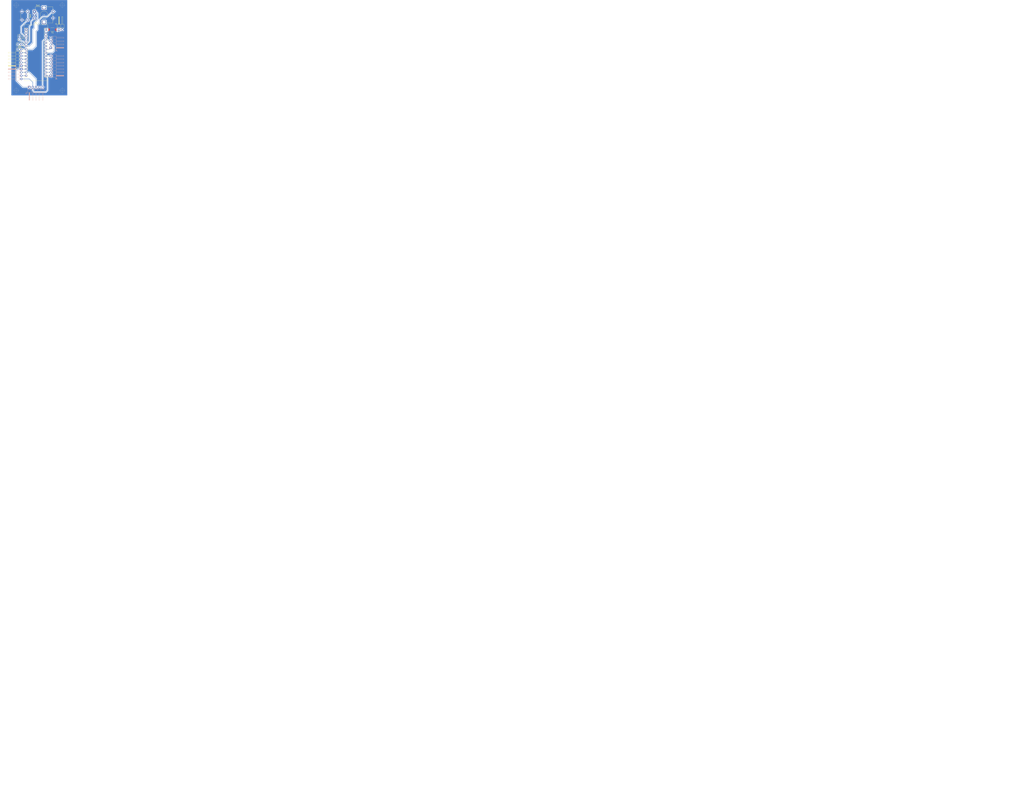
<source format=kicad_pcb>
(kicad_pcb (version 20171130) (host pcbnew "(5.1.10)-1")

  (general
    (thickness 1.6)
    (drawings 6)
    (tracks 138)
    (zones 0)
    (modules 13)
    (nets 31)
  )

  (page A4)
  (layers
    (0 F.Cu signal)
    (31 B.Cu signal)
    (32 B.Adhes user)
    (33 F.Adhes user)
    (34 B.Paste user)
    (35 F.Paste user)
    (36 B.SilkS user)
    (37 F.SilkS user)
    (38 B.Mask user)
    (39 F.Mask user)
    (40 Dwgs.User user)
    (41 Cmts.User user)
    (42 Eco1.User user)
    (43 Eco2.User user)
    (44 Edge.Cuts user)
    (45 Margin user)
    (46 B.CrtYd user)
    (47 F.CrtYd user)
    (48 B.Fab user)
    (49 F.Fab user)
  )

  (setup
    (last_trace_width 0.25)
    (trace_clearance 0.2)
    (zone_clearance 0.508)
    (zone_45_only no)
    (trace_min 0.2)
    (via_size 0.8)
    (via_drill 0.4)
    (via_min_size 0.4)
    (via_min_drill 0.3)
    (uvia_size 0.3)
    (uvia_drill 0.1)
    (uvias_allowed no)
    (uvia_min_size 0.2)
    (uvia_min_drill 0.1)
    (edge_width 0.05)
    (segment_width 0.2)
    (pcb_text_width 0.3)
    (pcb_text_size 1.5 1.5)
    (mod_edge_width 0.12)
    (mod_text_size 1 1)
    (mod_text_width 0.15)
    (pad_size 1.524 1.524)
    (pad_drill 0.762)
    (pad_to_mask_clearance 0)
    (aux_axis_origin 0 0)
    (visible_elements 7FFFFFFF)
    (pcbplotparams
      (layerselection 0x010fc_ffffffff)
      (usegerberextensions false)
      (usegerberattributes true)
      (usegerberadvancedattributes true)
      (creategerberjobfile true)
      (excludeedgelayer true)
      (linewidth 0.100000)
      (plotframeref false)
      (viasonmask false)
      (mode 1)
      (useauxorigin false)
      (hpglpennumber 1)
      (hpglpenspeed 20)
      (hpglpendiameter 15.000000)
      (psnegative false)
      (psa4output false)
      (plotreference true)
      (plotvalue true)
      (plotinvisibletext false)
      (padsonsilk false)
      (subtractmaskfromsilk false)
      (outputformat 1)
      (mirror false)
      (drillshape 1)
      (scaleselection 1)
      (outputdirectory ""))
  )

  (net 0 "")
  (net 1 "Net-(A1-Pad16)")
  (net 2 "Net-(A1-Pad15)")
  (net 3 "Net-(A1-Pad14)")
  (net 4 GND)
  (net 5 "Net-(A1-Pad13)")
  (net 6 "Net-(A1-Pad28)")
  (net 7 "Net-(A1-Pad12)")
  (net 8 +5V)
  (net 9 "Net-(A1-Pad11)")
  (net 10 "Net-(A1-Pad26)")
  (net 11 "Net-(A1-Pad10)")
  (net 12 "Net-(A1-Pad25)")
  (net 13 "Net-(A1-Pad9)")
  (net 14 "Net-(A1-Pad24)")
  (net 15 "Net-(A1-Pad8)")
  (net 16 "Net-(A1-Pad23)")
  (net 17 "Net-(A1-Pad7)")
  (net 18 "Net-(A1-Pad22)")
  (net 19 "Net-(A1-Pad6)")
  (net 20 "Net-(A1-Pad21)")
  (net 21 "Net-(A1-Pad5)")
  (net 22 "Net-(A1-Pad20)")
  (net 23 "Net-(A1-Pad19)")
  (net 24 "Net-(A1-Pad3)")
  (net 25 "Net-(A1-Pad18)")
  (net 26 "Net-(A1-Pad2)")
  (net 27 "Net-(A1-Pad17)")
  (net 28 "Net-(A1-Pad1)")
  (net 29 +9V)
  (net 30 "Net-(A1-Pad30)")

  (net_class Default "This is the default net class."
    (clearance 0.2)
    (trace_width 0.25)
    (via_dia 0.8)
    (via_drill 0.4)
    (uvia_dia 0.3)
    (uvia_drill 0.1)
    (add_net +5V)
    (add_net +9V)
    (add_net GND)
    (add_net "Net-(A1-Pad1)")
    (add_net "Net-(A1-Pad10)")
    (add_net "Net-(A1-Pad11)")
    (add_net "Net-(A1-Pad12)")
    (add_net "Net-(A1-Pad13)")
    (add_net "Net-(A1-Pad14)")
    (add_net "Net-(A1-Pad15)")
    (add_net "Net-(A1-Pad16)")
    (add_net "Net-(A1-Pad17)")
    (add_net "Net-(A1-Pad18)")
    (add_net "Net-(A1-Pad19)")
    (add_net "Net-(A1-Pad2)")
    (add_net "Net-(A1-Pad20)")
    (add_net "Net-(A1-Pad21)")
    (add_net "Net-(A1-Pad22)")
    (add_net "Net-(A1-Pad23)")
    (add_net "Net-(A1-Pad24)")
    (add_net "Net-(A1-Pad25)")
    (add_net "Net-(A1-Pad26)")
    (add_net "Net-(A1-Pad28)")
    (add_net "Net-(A1-Pad3)")
    (add_net "Net-(A1-Pad30)")
    (add_net "Net-(A1-Pad5)")
    (add_net "Net-(A1-Pad6)")
    (add_net "Net-(A1-Pad7)")
    (add_net "Net-(A1-Pad8)")
    (add_net "Net-(A1-Pad9)")
  )

  (module Module:Arduino_Nano (layer F.Cu) (tedit 58ACAF70) (tstamp 61C5455F)
    (at -770.89 -589.28)
    (descr "Arduino Nano, http://www.mouser.com/pdfdocs/Gravitech_Arduino_Nano3_0.pdf")
    (tags "Arduino Nano")
    (path /61C5FDFD)
    (fp_text reference A1 (at 7.62 -5.08) (layer F.SilkS)
      (effects (font (size 1 1) (thickness 0.15)))
    )
    (fp_text value Arduino_Nano_v3.x (at 8.89 19.05 90) (layer F.Fab)
      (effects (font (size 1 1) (thickness 0.15)))
    )
    (fp_line (start 1.27 1.27) (end 1.27 -1.27) (layer F.SilkS) (width 0.12))
    (fp_line (start 1.27 -1.27) (end -1.4 -1.27) (layer F.SilkS) (width 0.12))
    (fp_line (start -1.4 1.27) (end -1.4 39.5) (layer F.SilkS) (width 0.12))
    (fp_line (start -1.4 -3.94) (end -1.4 -1.27) (layer F.SilkS) (width 0.12))
    (fp_line (start 13.97 -1.27) (end 16.64 -1.27) (layer F.SilkS) (width 0.12))
    (fp_line (start 13.97 -1.27) (end 13.97 36.83) (layer F.SilkS) (width 0.12))
    (fp_line (start 13.97 36.83) (end 16.64 36.83) (layer F.SilkS) (width 0.12))
    (fp_line (start 1.27 1.27) (end -1.4 1.27) (layer F.SilkS) (width 0.12))
    (fp_line (start 1.27 1.27) (end 1.27 36.83) (layer F.SilkS) (width 0.12))
    (fp_line (start 1.27 36.83) (end -1.4 36.83) (layer F.SilkS) (width 0.12))
    (fp_line (start 3.81 31.75) (end 11.43 31.75) (layer F.Fab) (width 0.1))
    (fp_line (start 11.43 31.75) (end 11.43 41.91) (layer F.Fab) (width 0.1))
    (fp_line (start 11.43 41.91) (end 3.81 41.91) (layer F.Fab) (width 0.1))
    (fp_line (start 3.81 41.91) (end 3.81 31.75) (layer F.Fab) (width 0.1))
    (fp_line (start -1.4 39.5) (end 16.64 39.5) (layer F.SilkS) (width 0.12))
    (fp_line (start 16.64 39.5) (end 16.64 -3.94) (layer F.SilkS) (width 0.12))
    (fp_line (start 16.64 -3.94) (end -1.4 -3.94) (layer F.SilkS) (width 0.12))
    (fp_line (start 16.51 39.37) (end -1.27 39.37) (layer F.Fab) (width 0.1))
    (fp_line (start -1.27 39.37) (end -1.27 -2.54) (layer F.Fab) (width 0.1))
    (fp_line (start -1.27 -2.54) (end 0 -3.81) (layer F.Fab) (width 0.1))
    (fp_line (start 0 -3.81) (end 16.51 -3.81) (layer F.Fab) (width 0.1))
    (fp_line (start 16.51 -3.81) (end 16.51 39.37) (layer F.Fab) (width 0.1))
    (fp_line (start -1.53 -4.06) (end 16.75 -4.06) (layer F.CrtYd) (width 0.05))
    (fp_line (start -1.53 -4.06) (end -1.53 42.16) (layer F.CrtYd) (width 0.05))
    (fp_line (start 16.75 42.16) (end 16.75 -4.06) (layer F.CrtYd) (width 0.05))
    (fp_line (start 16.75 42.16) (end -1.53 42.16) (layer F.CrtYd) (width 0.05))
    (fp_text user %R (at 6.35 19.05 90) (layer F.Fab)
      (effects (font (size 1 1) (thickness 0.15)))
    )
    (pad 16 thru_hole oval (at 15.24 35.56) (size 1.6 1.6) (drill 1) (layers *.Cu *.Mask)
      (net 1 "Net-(A1-Pad16)"))
    (pad 15 thru_hole oval (at 0 35.56) (size 1.6 1.6) (drill 1) (layers *.Cu *.Mask)
      (net 2 "Net-(A1-Pad15)"))
    (pad 30 thru_hole oval (at 15.24 0) (size 1.6 1.6) (drill 1) (layers *.Cu *.Mask)
      (net 30 "Net-(A1-Pad30)"))
    (pad 14 thru_hole oval (at 0 33.02) (size 1.6 1.6) (drill 1) (layers *.Cu *.Mask)
      (net 3 "Net-(A1-Pad14)"))
    (pad 29 thru_hole oval (at 15.24 2.54) (size 1.6 1.6) (drill 1) (layers *.Cu *.Mask)
      (net 4 GND))
    (pad 13 thru_hole oval (at 0 30.48) (size 1.6 1.6) (drill 1) (layers *.Cu *.Mask)
      (net 5 "Net-(A1-Pad13)"))
    (pad 28 thru_hole oval (at 15.24 5.08) (size 1.6 1.6) (drill 1) (layers *.Cu *.Mask)
      (net 6 "Net-(A1-Pad28)"))
    (pad 12 thru_hole oval (at 0 27.94) (size 1.6 1.6) (drill 1) (layers *.Cu *.Mask)
      (net 7 "Net-(A1-Pad12)"))
    (pad 27 thru_hole oval (at 15.24 7.62) (size 1.6 1.6) (drill 1) (layers *.Cu *.Mask)
      (net 8 +5V))
    (pad 11 thru_hole oval (at 0 25.4) (size 1.6 1.6) (drill 1) (layers *.Cu *.Mask)
      (net 9 "Net-(A1-Pad11)"))
    (pad 26 thru_hole oval (at 15.24 10.16) (size 1.6 1.6) (drill 1) (layers *.Cu *.Mask)
      (net 10 "Net-(A1-Pad26)"))
    (pad 10 thru_hole oval (at 0 22.86) (size 1.6 1.6) (drill 1) (layers *.Cu *.Mask)
      (net 11 "Net-(A1-Pad10)"))
    (pad 25 thru_hole oval (at 15.24 12.7) (size 1.6 1.6) (drill 1) (layers *.Cu *.Mask)
      (net 12 "Net-(A1-Pad25)"))
    (pad 9 thru_hole oval (at 0 20.32) (size 1.6 1.6) (drill 1) (layers *.Cu *.Mask)
      (net 13 "Net-(A1-Pad9)"))
    (pad 24 thru_hole oval (at 15.24 15.24) (size 1.6 1.6) (drill 1) (layers *.Cu *.Mask)
      (net 14 "Net-(A1-Pad24)"))
    (pad 8 thru_hole oval (at 0 17.78) (size 1.6 1.6) (drill 1) (layers *.Cu *.Mask)
      (net 15 "Net-(A1-Pad8)"))
    (pad 23 thru_hole oval (at 15.24 17.78) (size 1.6 1.6) (drill 1) (layers *.Cu *.Mask)
      (net 16 "Net-(A1-Pad23)"))
    (pad 7 thru_hole oval (at 0 15.24) (size 1.6 1.6) (drill 1) (layers *.Cu *.Mask)
      (net 17 "Net-(A1-Pad7)"))
    (pad 22 thru_hole oval (at 15.24 20.32) (size 1.6 1.6) (drill 1) (layers *.Cu *.Mask)
      (net 18 "Net-(A1-Pad22)"))
    (pad 6 thru_hole oval (at 0 12.7) (size 1.6 1.6) (drill 1) (layers *.Cu *.Mask)
      (net 19 "Net-(A1-Pad6)"))
    (pad 21 thru_hole oval (at 15.24 22.86) (size 1.6 1.6) (drill 1) (layers *.Cu *.Mask)
      (net 20 "Net-(A1-Pad21)"))
    (pad 5 thru_hole oval (at 0 10.16) (size 1.6 1.6) (drill 1) (layers *.Cu *.Mask)
      (net 21 "Net-(A1-Pad5)"))
    (pad 20 thru_hole oval (at 15.24 25.4) (size 1.6 1.6) (drill 1) (layers *.Cu *.Mask)
      (net 22 "Net-(A1-Pad20)"))
    (pad 4 thru_hole oval (at 0 7.62) (size 1.6 1.6) (drill 1) (layers *.Cu *.Mask)
      (net 4 GND))
    (pad 19 thru_hole oval (at 15.24 27.94) (size 1.6 1.6) (drill 1) (layers *.Cu *.Mask)
      (net 23 "Net-(A1-Pad19)"))
    (pad 3 thru_hole oval (at 0 5.08) (size 1.6 1.6) (drill 1) (layers *.Cu *.Mask)
      (net 24 "Net-(A1-Pad3)"))
    (pad 18 thru_hole oval (at 15.24 30.48) (size 1.6 1.6) (drill 1) (layers *.Cu *.Mask)
      (net 25 "Net-(A1-Pad18)"))
    (pad 2 thru_hole oval (at 0 2.54) (size 1.6 1.6) (drill 1) (layers *.Cu *.Mask)
      (net 26 "Net-(A1-Pad2)"))
    (pad 17 thru_hole oval (at 15.24 33.02) (size 1.6 1.6) (drill 1) (layers *.Cu *.Mask)
      (net 27 "Net-(A1-Pad17)"))
    (pad 1 thru_hole rect (at 0 0) (size 1.6 1.6) (drill 1) (layers *.Cu *.Mask)
      (net 28 "Net-(A1-Pad1)"))
    (model ${KISYS3DMOD}/Module.3dshapes/Arduino_Nano_WithMountingHoles.wrl
      (at (xyz 0 0 0))
      (scale (xyz 1 1 1))
      (rotate (xyz 0 0 0))
    )
  )

  (module Connector_PinHeader_2.54mm:PinHeader_1x04_P2.54mm_Horizontal (layer B.Cu) (tedit 59FED5CB) (tstamp 61C8BEB1)
    (at -774.7 -558.8 180)
    (descr "Through hole angled pin header, 1x04, 2.54mm pitch, 6mm pin length, single row")
    (tags "Through hole angled pin header THT 1x04 2.54mm single row")
    (path /61D70537)
    (fp_text reference J5 (at 4.385 2.27) (layer B.SilkS)
      (effects (font (size 1 1) (thickness 0.15)) (justify mirror))
    )
    (fp_text value Conn_SPI (at 4.385 -9.89) (layer B.Fab)
      (effects (font (size 1 1) (thickness 0.15)) (justify mirror))
    )
    (fp_line (start 10.55 1.8) (end -1.8 1.8) (layer B.CrtYd) (width 0.05))
    (fp_line (start 10.55 -9.4) (end 10.55 1.8) (layer B.CrtYd) (width 0.05))
    (fp_line (start -1.8 -9.4) (end 10.55 -9.4) (layer B.CrtYd) (width 0.05))
    (fp_line (start -1.8 1.8) (end -1.8 -9.4) (layer B.CrtYd) (width 0.05))
    (fp_line (start -1.27 1.27) (end 0 1.27) (layer B.SilkS) (width 0.12))
    (fp_line (start -1.27 0) (end -1.27 1.27) (layer B.SilkS) (width 0.12))
    (fp_line (start 1.042929 -8) (end 1.44 -8) (layer B.SilkS) (width 0.12))
    (fp_line (start 1.042929 -7.24) (end 1.44 -7.24) (layer B.SilkS) (width 0.12))
    (fp_line (start 10.1 -8) (end 4.1 -8) (layer B.SilkS) (width 0.12))
    (fp_line (start 10.1 -7.24) (end 10.1 -8) (layer B.SilkS) (width 0.12))
    (fp_line (start 4.1 -7.24) (end 10.1 -7.24) (layer B.SilkS) (width 0.12))
    (fp_line (start 1.44 -6.35) (end 4.1 -6.35) (layer B.SilkS) (width 0.12))
    (fp_line (start 1.042929 -5.46) (end 1.44 -5.46) (layer B.SilkS) (width 0.12))
    (fp_line (start 1.042929 -4.7) (end 1.44 -4.7) (layer B.SilkS) (width 0.12))
    (fp_line (start 10.1 -5.46) (end 4.1 -5.46) (layer B.SilkS) (width 0.12))
    (fp_line (start 10.1 -4.7) (end 10.1 -5.46) (layer B.SilkS) (width 0.12))
    (fp_line (start 4.1 -4.7) (end 10.1 -4.7) (layer B.SilkS) (width 0.12))
    (fp_line (start 1.44 -3.81) (end 4.1 -3.81) (layer B.SilkS) (width 0.12))
    (fp_line (start 1.042929 -2.92) (end 1.44 -2.92) (layer B.SilkS) (width 0.12))
    (fp_line (start 1.042929 -2.16) (end 1.44 -2.16) (layer B.SilkS) (width 0.12))
    (fp_line (start 10.1 -2.92) (end 4.1 -2.92) (layer B.SilkS) (width 0.12))
    (fp_line (start 10.1 -2.16) (end 10.1 -2.92) (layer B.SilkS) (width 0.12))
    (fp_line (start 4.1 -2.16) (end 10.1 -2.16) (layer B.SilkS) (width 0.12))
    (fp_line (start 1.44 -1.27) (end 4.1 -1.27) (layer B.SilkS) (width 0.12))
    (fp_line (start 1.11 -0.38) (end 1.44 -0.38) (layer B.SilkS) (width 0.12))
    (fp_line (start 1.11 0.38) (end 1.44 0.38) (layer B.SilkS) (width 0.12))
    (fp_line (start 4.1 -0.28) (end 10.1 -0.28) (layer B.SilkS) (width 0.12))
    (fp_line (start 4.1 -0.16) (end 10.1 -0.16) (layer B.SilkS) (width 0.12))
    (fp_line (start 4.1 -0.04) (end 10.1 -0.04) (layer B.SilkS) (width 0.12))
    (fp_line (start 4.1 0.08) (end 10.1 0.08) (layer B.SilkS) (width 0.12))
    (fp_line (start 4.1 0.2) (end 10.1 0.2) (layer B.SilkS) (width 0.12))
    (fp_line (start 4.1 0.32) (end 10.1 0.32) (layer B.SilkS) (width 0.12))
    (fp_line (start 10.1 -0.38) (end 4.1 -0.38) (layer B.SilkS) (width 0.12))
    (fp_line (start 10.1 0.38) (end 10.1 -0.38) (layer B.SilkS) (width 0.12))
    (fp_line (start 4.1 0.38) (end 10.1 0.38) (layer B.SilkS) (width 0.12))
    (fp_line (start 4.1 1.33) (end 1.44 1.33) (layer B.SilkS) (width 0.12))
    (fp_line (start 4.1 -8.95) (end 4.1 1.33) (layer B.SilkS) (width 0.12))
    (fp_line (start 1.44 -8.95) (end 4.1 -8.95) (layer B.SilkS) (width 0.12))
    (fp_line (start 1.44 1.33) (end 1.44 -8.95) (layer B.SilkS) (width 0.12))
    (fp_line (start 4.04 -7.94) (end 10.04 -7.94) (layer B.Fab) (width 0.1))
    (fp_line (start 10.04 -7.3) (end 10.04 -7.94) (layer B.Fab) (width 0.1))
    (fp_line (start 4.04 -7.3) (end 10.04 -7.3) (layer B.Fab) (width 0.1))
    (fp_line (start -0.32 -7.94) (end 1.5 -7.94) (layer B.Fab) (width 0.1))
    (fp_line (start -0.32 -7.3) (end -0.32 -7.94) (layer B.Fab) (width 0.1))
    (fp_line (start -0.32 -7.3) (end 1.5 -7.3) (layer B.Fab) (width 0.1))
    (fp_line (start 4.04 -5.4) (end 10.04 -5.4) (layer B.Fab) (width 0.1))
    (fp_line (start 10.04 -4.76) (end 10.04 -5.4) (layer B.Fab) (width 0.1))
    (fp_line (start 4.04 -4.76) (end 10.04 -4.76) (layer B.Fab) (width 0.1))
    (fp_line (start -0.32 -5.4) (end 1.5 -5.4) (layer B.Fab) (width 0.1))
    (fp_line (start -0.32 -4.76) (end -0.32 -5.4) (layer B.Fab) (width 0.1))
    (fp_line (start -0.32 -4.76) (end 1.5 -4.76) (layer B.Fab) (width 0.1))
    (fp_line (start 4.04 -2.86) (end 10.04 -2.86) (layer B.Fab) (width 0.1))
    (fp_line (start 10.04 -2.22) (end 10.04 -2.86) (layer B.Fab) (width 0.1))
    (fp_line (start 4.04 -2.22) (end 10.04 -2.22) (layer B.Fab) (width 0.1))
    (fp_line (start -0.32 -2.86) (end 1.5 -2.86) (layer B.Fab) (width 0.1))
    (fp_line (start -0.32 -2.22) (end -0.32 -2.86) (layer B.Fab) (width 0.1))
    (fp_line (start -0.32 -2.22) (end 1.5 -2.22) (layer B.Fab) (width 0.1))
    (fp_line (start 4.04 -0.32) (end 10.04 -0.32) (layer B.Fab) (width 0.1))
    (fp_line (start 10.04 0.32) (end 10.04 -0.32) (layer B.Fab) (width 0.1))
    (fp_line (start 4.04 0.32) (end 10.04 0.32) (layer B.Fab) (width 0.1))
    (fp_line (start -0.32 -0.32) (end 1.5 -0.32) (layer B.Fab) (width 0.1))
    (fp_line (start -0.32 0.32) (end -0.32 -0.32) (layer B.Fab) (width 0.1))
    (fp_line (start -0.32 0.32) (end 1.5 0.32) (layer B.Fab) (width 0.1))
    (fp_line (start 1.5 0.635) (end 2.135 1.27) (layer B.Fab) (width 0.1))
    (fp_line (start 1.5 -8.89) (end 1.5 0.635) (layer B.Fab) (width 0.1))
    (fp_line (start 4.04 -8.89) (end 1.5 -8.89) (layer B.Fab) (width 0.1))
    (fp_line (start 4.04 1.27) (end 4.04 -8.89) (layer B.Fab) (width 0.1))
    (fp_line (start 2.135 1.27) (end 4.04 1.27) (layer B.Fab) (width 0.1))
    (fp_text user %R (at 2.77 -3.81 270) (layer B.Fab)
      (effects (font (size 1 1) (thickness 0.15)) (justify mirror))
    )
    (pad 4 thru_hole oval (at 0 -7.62 180) (size 1.7 1.7) (drill 1) (layers *.Cu *.Mask)
      (net 1 "Net-(A1-Pad16)"))
    (pad 3 thru_hole oval (at 0 -5.08 180) (size 1.7 1.7) (drill 1) (layers *.Cu *.Mask)
      (net 2 "Net-(A1-Pad15)"))
    (pad 2 thru_hole oval (at 0 -2.54 180) (size 1.7 1.7) (drill 1) (layers *.Cu *.Mask)
      (net 3 "Net-(A1-Pad14)"))
    (pad 1 thru_hole rect (at 0 0 180) (size 1.7 1.7) (drill 1) (layers *.Cu *.Mask)
      (net 5 "Net-(A1-Pad13)"))
    (model ${KISYS3DMOD}/Connector_PinHeader_2.54mm.3dshapes/PinHeader_1x04_P2.54mm_Horizontal.wrl
      (at (xyz 0 0 0))
      (scale (xyz 1 1 1))
      (rotate (xyz 0 0 0))
    )
  )

  (module Connector_PinHeader_2.54mm:PinHeader_1x05_P2.54mm_Horizontal (layer B.Cu) (tedit 59FED5CB) (tstamp 61C55BAD)
    (at -768.35 -544.83 270)
    (descr "Through hole angled pin header, 1x05, 2.54mm pitch, 6mm pin length, single row")
    (tags "Through hole angled pin header THT 1x05 2.54mm single row")
    (path /61C88552)
    (fp_text reference J2 (at 4.385 2.27 270) (layer B.SilkS)
      (effects (font (size 1 1) (thickness 0.15)) (justify mirror))
    )
    (fp_text value Conn_to_AD9833 (at 4.385 -12.43 270) (layer B.Fab)
      (effects (font (size 1 1) (thickness 0.15)) (justify mirror))
    )
    (fp_line (start 2.135 1.27) (end 4.04 1.27) (layer B.Fab) (width 0.1))
    (fp_line (start 4.04 1.27) (end 4.04 -11.43) (layer B.Fab) (width 0.1))
    (fp_line (start 4.04 -11.43) (end 1.5 -11.43) (layer B.Fab) (width 0.1))
    (fp_line (start 1.5 -11.43) (end 1.5 0.635) (layer B.Fab) (width 0.1))
    (fp_line (start 1.5 0.635) (end 2.135 1.27) (layer B.Fab) (width 0.1))
    (fp_line (start -0.32 0.32) (end 1.5 0.32) (layer B.Fab) (width 0.1))
    (fp_line (start -0.32 0.32) (end -0.32 -0.32) (layer B.Fab) (width 0.1))
    (fp_line (start -0.32 -0.32) (end 1.5 -0.32) (layer B.Fab) (width 0.1))
    (fp_line (start 4.04 0.32) (end 10.04 0.32) (layer B.Fab) (width 0.1))
    (fp_line (start 10.04 0.32) (end 10.04 -0.32) (layer B.Fab) (width 0.1))
    (fp_line (start 4.04 -0.32) (end 10.04 -0.32) (layer B.Fab) (width 0.1))
    (fp_line (start -0.32 -2.22) (end 1.5 -2.22) (layer B.Fab) (width 0.1))
    (fp_line (start -0.32 -2.22) (end -0.32 -2.86) (layer B.Fab) (width 0.1))
    (fp_line (start -0.32 -2.86) (end 1.5 -2.86) (layer B.Fab) (width 0.1))
    (fp_line (start 4.04 -2.22) (end 10.04 -2.22) (layer B.Fab) (width 0.1))
    (fp_line (start 10.04 -2.22) (end 10.04 -2.86) (layer B.Fab) (width 0.1))
    (fp_line (start 4.04 -2.86) (end 10.04 -2.86) (layer B.Fab) (width 0.1))
    (fp_line (start -0.32 -4.76) (end 1.5 -4.76) (layer B.Fab) (width 0.1))
    (fp_line (start -0.32 -4.76) (end -0.32 -5.4) (layer B.Fab) (width 0.1))
    (fp_line (start -0.32 -5.4) (end 1.5 -5.4) (layer B.Fab) (width 0.1))
    (fp_line (start 4.04 -4.76) (end 10.04 -4.76) (layer B.Fab) (width 0.1))
    (fp_line (start 10.04 -4.76) (end 10.04 -5.4) (layer B.Fab) (width 0.1))
    (fp_line (start 4.04 -5.4) (end 10.04 -5.4) (layer B.Fab) (width 0.1))
    (fp_line (start -0.32 -7.3) (end 1.5 -7.3) (layer B.Fab) (width 0.1))
    (fp_line (start -0.32 -7.3) (end -0.32 -7.94) (layer B.Fab) (width 0.1))
    (fp_line (start -0.32 -7.94) (end 1.5 -7.94) (layer B.Fab) (width 0.1))
    (fp_line (start 4.04 -7.3) (end 10.04 -7.3) (layer B.Fab) (width 0.1))
    (fp_line (start 10.04 -7.3) (end 10.04 -7.94) (layer B.Fab) (width 0.1))
    (fp_line (start 4.04 -7.94) (end 10.04 -7.94) (layer B.Fab) (width 0.1))
    (fp_line (start -0.32 -9.84) (end 1.5 -9.84) (layer B.Fab) (width 0.1))
    (fp_line (start -0.32 -9.84) (end -0.32 -10.48) (layer B.Fab) (width 0.1))
    (fp_line (start -0.32 -10.48) (end 1.5 -10.48) (layer B.Fab) (width 0.1))
    (fp_line (start 4.04 -9.84) (end 10.04 -9.84) (layer B.Fab) (width 0.1))
    (fp_line (start 10.04 -9.84) (end 10.04 -10.48) (layer B.Fab) (width 0.1))
    (fp_line (start 4.04 -10.48) (end 10.04 -10.48) (layer B.Fab) (width 0.1))
    (fp_line (start 1.44 1.33) (end 1.44 -11.49) (layer B.SilkS) (width 0.12))
    (fp_line (start 1.44 -11.49) (end 4.1 -11.49) (layer B.SilkS) (width 0.12))
    (fp_line (start 4.1 -11.49) (end 4.1 1.33) (layer B.SilkS) (width 0.12))
    (fp_line (start 4.1 1.33) (end 1.44 1.33) (layer B.SilkS) (width 0.12))
    (fp_line (start 4.1 0.38) (end 10.1 0.38) (layer B.SilkS) (width 0.12))
    (fp_line (start 10.1 0.38) (end 10.1 -0.38) (layer B.SilkS) (width 0.12))
    (fp_line (start 10.1 -0.38) (end 4.1 -0.38) (layer B.SilkS) (width 0.12))
    (fp_line (start 4.1 0.32) (end 10.1 0.32) (layer B.SilkS) (width 0.12))
    (fp_line (start 4.1 0.2) (end 10.1 0.2) (layer B.SilkS) (width 0.12))
    (fp_line (start 4.1 0.08) (end 10.1 0.08) (layer B.SilkS) (width 0.12))
    (fp_line (start 4.1 -0.04) (end 10.1 -0.04) (layer B.SilkS) (width 0.12))
    (fp_line (start 4.1 -0.16) (end 10.1 -0.16) (layer B.SilkS) (width 0.12))
    (fp_line (start 4.1 -0.28) (end 10.1 -0.28) (layer B.SilkS) (width 0.12))
    (fp_line (start 1.11 0.38) (end 1.44 0.38) (layer B.SilkS) (width 0.12))
    (fp_line (start 1.11 -0.38) (end 1.44 -0.38) (layer B.SilkS) (width 0.12))
    (fp_line (start 1.44 -1.27) (end 4.1 -1.27) (layer B.SilkS) (width 0.12))
    (fp_line (start 4.1 -2.16) (end 10.1 -2.16) (layer B.SilkS) (width 0.12))
    (fp_line (start 10.1 -2.16) (end 10.1 -2.92) (layer B.SilkS) (width 0.12))
    (fp_line (start 10.1 -2.92) (end 4.1 -2.92) (layer B.SilkS) (width 0.12))
    (fp_line (start 1.042929 -2.16) (end 1.44 -2.16) (layer B.SilkS) (width 0.12))
    (fp_line (start 1.042929 -2.92) (end 1.44 -2.92) (layer B.SilkS) (width 0.12))
    (fp_line (start 1.44 -3.81) (end 4.1 -3.81) (layer B.SilkS) (width 0.12))
    (fp_line (start 4.1 -4.7) (end 10.1 -4.7) (layer B.SilkS) (width 0.12))
    (fp_line (start 10.1 -4.7) (end 10.1 -5.46) (layer B.SilkS) (width 0.12))
    (fp_line (start 10.1 -5.46) (end 4.1 -5.46) (layer B.SilkS) (width 0.12))
    (fp_line (start 1.042929 -4.7) (end 1.44 -4.7) (layer B.SilkS) (width 0.12))
    (fp_line (start 1.042929 -5.46) (end 1.44 -5.46) (layer B.SilkS) (width 0.12))
    (fp_line (start 1.44 -6.35) (end 4.1 -6.35) (layer B.SilkS) (width 0.12))
    (fp_line (start 4.1 -7.24) (end 10.1 -7.24) (layer B.SilkS) (width 0.12))
    (fp_line (start 10.1 -7.24) (end 10.1 -8) (layer B.SilkS) (width 0.12))
    (fp_line (start 10.1 -8) (end 4.1 -8) (layer B.SilkS) (width 0.12))
    (fp_line (start 1.042929 -7.24) (end 1.44 -7.24) (layer B.SilkS) (width 0.12))
    (fp_line (start 1.042929 -8) (end 1.44 -8) (layer B.SilkS) (width 0.12))
    (fp_line (start 1.44 -8.89) (end 4.1 -8.89) (layer B.SilkS) (width 0.12))
    (fp_line (start 4.1 -9.78) (end 10.1 -9.78) (layer B.SilkS) (width 0.12))
    (fp_line (start 10.1 -9.78) (end 10.1 -10.54) (layer B.SilkS) (width 0.12))
    (fp_line (start 10.1 -10.54) (end 4.1 -10.54) (layer B.SilkS) (width 0.12))
    (fp_line (start 1.042929 -9.78) (end 1.44 -9.78) (layer B.SilkS) (width 0.12))
    (fp_line (start 1.042929 -10.54) (end 1.44 -10.54) (layer B.SilkS) (width 0.12))
    (fp_line (start -1.27 0) (end -1.27 1.27) (layer B.SilkS) (width 0.12))
    (fp_line (start -1.27 1.27) (end 0 1.27) (layer B.SilkS) (width 0.12))
    (fp_line (start -1.8 1.8) (end -1.8 -11.95) (layer B.CrtYd) (width 0.05))
    (fp_line (start -1.8 -11.95) (end 10.55 -11.95) (layer B.CrtYd) (width 0.05))
    (fp_line (start 10.55 -11.95) (end 10.55 1.8) (layer B.CrtYd) (width 0.05))
    (fp_line (start 10.55 1.8) (end -1.8 1.8) (layer B.CrtYd) (width 0.05))
    (pad 5 thru_hole oval (at 0 -10.16 270) (size 1.7 1.7) (drill 1) (layers *.Cu *.Mask)
      (net 8 +5V))
    (pad 4 thru_hole oval (at 0 -7.62 270) (size 1.7 1.7) (drill 1) (layers *.Cu *.Mask)
      (net 4 GND))
    (pad 3 thru_hole oval (at 0 -5.08 270) (size 1.7 1.7) (drill 1) (layers *.Cu *.Mask)
      (net 3 "Net-(A1-Pad14)"))
    (pad 2 thru_hole oval (at 0 -2.54 270) (size 1.7 1.7) (drill 1) (layers *.Cu *.Mask)
      (net 1 "Net-(A1-Pad16)"))
    (pad 1 thru_hole rect (at 0 0 270) (size 1.7 1.7) (drill 1) (layers *.Cu *.Mask)
      (net 5 "Net-(A1-Pad13)"))
    (model ${KISYS3DMOD}/Connector_PinHeader_2.54mm.3dshapes/PinHeader_1x05_P2.54mm_Horizontal.wrl
      (at (xyz 0 0 0))
      (scale (xyz 1 1 1))
      (rotate (xyz 0 0 0))
    )
  )

  (module Connector_PinHeader_2.54mm:PinHeader_1x07_P2.54mm_Horizontal (layer B.Cu) (tedit 59FED5CB) (tstamp 61C895F4)
    (at -751.84 -553.72)
    (descr "Through hole angled pin header, 1x07, 2.54mm pitch, 6mm pin length, single row")
    (tags "Through hole angled pin header THT 1x07 2.54mm single row")
    (path /61D0EB55)
    (fp_text reference J6 (at 4.385 2.27) (layer B.SilkS)
      (effects (font (size 1 1) (thickness 0.15)) (justify mirror))
    )
    (fp_text value Conn_ADC (at 4.385 -17.51) (layer B.Fab)
      (effects (font (size 1 1) (thickness 0.15)) (justify mirror))
    )
    (fp_line (start 10.55 1.8) (end -1.8 1.8) (layer B.CrtYd) (width 0.05))
    (fp_line (start 10.55 -17.05) (end 10.55 1.8) (layer B.CrtYd) (width 0.05))
    (fp_line (start -1.8 -17.05) (end 10.55 -17.05) (layer B.CrtYd) (width 0.05))
    (fp_line (start -1.8 1.8) (end -1.8 -17.05) (layer B.CrtYd) (width 0.05))
    (fp_line (start -1.27 1.27) (end 0 1.27) (layer B.SilkS) (width 0.12))
    (fp_line (start -1.27 0) (end -1.27 1.27) (layer B.SilkS) (width 0.12))
    (fp_line (start 1.042929 -15.62) (end 1.44 -15.62) (layer B.SilkS) (width 0.12))
    (fp_line (start 1.042929 -14.86) (end 1.44 -14.86) (layer B.SilkS) (width 0.12))
    (fp_line (start 10.1 -15.62) (end 4.1 -15.62) (layer B.SilkS) (width 0.12))
    (fp_line (start 10.1 -14.86) (end 10.1 -15.62) (layer B.SilkS) (width 0.12))
    (fp_line (start 4.1 -14.86) (end 10.1 -14.86) (layer B.SilkS) (width 0.12))
    (fp_line (start 1.44 -13.97) (end 4.1 -13.97) (layer B.SilkS) (width 0.12))
    (fp_line (start 1.042929 -13.08) (end 1.44 -13.08) (layer B.SilkS) (width 0.12))
    (fp_line (start 1.042929 -12.32) (end 1.44 -12.32) (layer B.SilkS) (width 0.12))
    (fp_line (start 10.1 -13.08) (end 4.1 -13.08) (layer B.SilkS) (width 0.12))
    (fp_line (start 10.1 -12.32) (end 10.1 -13.08) (layer B.SilkS) (width 0.12))
    (fp_line (start 4.1 -12.32) (end 10.1 -12.32) (layer B.SilkS) (width 0.12))
    (fp_line (start 1.44 -11.43) (end 4.1 -11.43) (layer B.SilkS) (width 0.12))
    (fp_line (start 1.042929 -10.54) (end 1.44 -10.54) (layer B.SilkS) (width 0.12))
    (fp_line (start 1.042929 -9.78) (end 1.44 -9.78) (layer B.SilkS) (width 0.12))
    (fp_line (start 10.1 -10.54) (end 4.1 -10.54) (layer B.SilkS) (width 0.12))
    (fp_line (start 10.1 -9.78) (end 10.1 -10.54) (layer B.SilkS) (width 0.12))
    (fp_line (start 4.1 -9.78) (end 10.1 -9.78) (layer B.SilkS) (width 0.12))
    (fp_line (start 1.44 -8.89) (end 4.1 -8.89) (layer B.SilkS) (width 0.12))
    (fp_line (start 1.042929 -8) (end 1.44 -8) (layer B.SilkS) (width 0.12))
    (fp_line (start 1.042929 -7.24) (end 1.44 -7.24) (layer B.SilkS) (width 0.12))
    (fp_line (start 10.1 -8) (end 4.1 -8) (layer B.SilkS) (width 0.12))
    (fp_line (start 10.1 -7.24) (end 10.1 -8) (layer B.SilkS) (width 0.12))
    (fp_line (start 4.1 -7.24) (end 10.1 -7.24) (layer B.SilkS) (width 0.12))
    (fp_line (start 1.44 -6.35) (end 4.1 -6.35) (layer B.SilkS) (width 0.12))
    (fp_line (start 1.042929 -5.46) (end 1.44 -5.46) (layer B.SilkS) (width 0.12))
    (fp_line (start 1.042929 -4.7) (end 1.44 -4.7) (layer B.SilkS) (width 0.12))
    (fp_line (start 10.1 -5.46) (end 4.1 -5.46) (layer B.SilkS) (width 0.12))
    (fp_line (start 10.1 -4.7) (end 10.1 -5.46) (layer B.SilkS) (width 0.12))
    (fp_line (start 4.1 -4.7) (end 10.1 -4.7) (layer B.SilkS) (width 0.12))
    (fp_line (start 1.44 -3.81) (end 4.1 -3.81) (layer B.SilkS) (width 0.12))
    (fp_line (start 1.042929 -2.92) (end 1.44 -2.92) (layer B.SilkS) (width 0.12))
    (fp_line (start 1.042929 -2.16) (end 1.44 -2.16) (layer B.SilkS) (width 0.12))
    (fp_line (start 10.1 -2.92) (end 4.1 -2.92) (layer B.SilkS) (width 0.12))
    (fp_line (start 10.1 -2.16) (end 10.1 -2.92) (layer B.SilkS) (width 0.12))
    (fp_line (start 4.1 -2.16) (end 10.1 -2.16) (layer B.SilkS) (width 0.12))
    (fp_line (start 1.44 -1.27) (end 4.1 -1.27) (layer B.SilkS) (width 0.12))
    (fp_line (start 1.11 -0.38) (end 1.44 -0.38) (layer B.SilkS) (width 0.12))
    (fp_line (start 1.11 0.38) (end 1.44 0.38) (layer B.SilkS) (width 0.12))
    (fp_line (start 4.1 -0.28) (end 10.1 -0.28) (layer B.SilkS) (width 0.12))
    (fp_line (start 4.1 -0.16) (end 10.1 -0.16) (layer B.SilkS) (width 0.12))
    (fp_line (start 4.1 -0.04) (end 10.1 -0.04) (layer B.SilkS) (width 0.12))
    (fp_line (start 4.1 0.08) (end 10.1 0.08) (layer B.SilkS) (width 0.12))
    (fp_line (start 4.1 0.2) (end 10.1 0.2) (layer B.SilkS) (width 0.12))
    (fp_line (start 4.1 0.32) (end 10.1 0.32) (layer B.SilkS) (width 0.12))
    (fp_line (start 10.1 -0.38) (end 4.1 -0.38) (layer B.SilkS) (width 0.12))
    (fp_line (start 10.1 0.38) (end 10.1 -0.38) (layer B.SilkS) (width 0.12))
    (fp_line (start 4.1 0.38) (end 10.1 0.38) (layer B.SilkS) (width 0.12))
    (fp_line (start 4.1 1.33) (end 1.44 1.33) (layer B.SilkS) (width 0.12))
    (fp_line (start 4.1 -16.57) (end 4.1 1.33) (layer B.SilkS) (width 0.12))
    (fp_line (start 1.44 -16.57) (end 4.1 -16.57) (layer B.SilkS) (width 0.12))
    (fp_line (start 1.44 1.33) (end 1.44 -16.57) (layer B.SilkS) (width 0.12))
    (fp_line (start 4.04 -15.56) (end 10.04 -15.56) (layer B.Fab) (width 0.1))
    (fp_line (start 10.04 -14.92) (end 10.04 -15.56) (layer B.Fab) (width 0.1))
    (fp_line (start 4.04 -14.92) (end 10.04 -14.92) (layer B.Fab) (width 0.1))
    (fp_line (start -0.32 -15.56) (end 1.5 -15.56) (layer B.Fab) (width 0.1))
    (fp_line (start -0.32 -14.92) (end -0.32 -15.56) (layer B.Fab) (width 0.1))
    (fp_line (start -0.32 -14.92) (end 1.5 -14.92) (layer B.Fab) (width 0.1))
    (fp_line (start 4.04 -13.02) (end 10.04 -13.02) (layer B.Fab) (width 0.1))
    (fp_line (start 10.04 -12.38) (end 10.04 -13.02) (layer B.Fab) (width 0.1))
    (fp_line (start 4.04 -12.38) (end 10.04 -12.38) (layer B.Fab) (width 0.1))
    (fp_line (start -0.32 -13.02) (end 1.5 -13.02) (layer B.Fab) (width 0.1))
    (fp_line (start -0.32 -12.38) (end -0.32 -13.02) (layer B.Fab) (width 0.1))
    (fp_line (start -0.32 -12.38) (end 1.5 -12.38) (layer B.Fab) (width 0.1))
    (fp_line (start 4.04 -10.48) (end 10.04 -10.48) (layer B.Fab) (width 0.1))
    (fp_line (start 10.04 -9.84) (end 10.04 -10.48) (layer B.Fab) (width 0.1))
    (fp_line (start 4.04 -9.84) (end 10.04 -9.84) (layer B.Fab) (width 0.1))
    (fp_line (start -0.32 -10.48) (end 1.5 -10.48) (layer B.Fab) (width 0.1))
    (fp_line (start -0.32 -9.84) (end -0.32 -10.48) (layer B.Fab) (width 0.1))
    (fp_line (start -0.32 -9.84) (end 1.5 -9.84) (layer B.Fab) (width 0.1))
    (fp_line (start 4.04 -7.94) (end 10.04 -7.94) (layer B.Fab) (width 0.1))
    (fp_line (start 10.04 -7.3) (end 10.04 -7.94) (layer B.Fab) (width 0.1))
    (fp_line (start 4.04 -7.3) (end 10.04 -7.3) (layer B.Fab) (width 0.1))
    (fp_line (start -0.32 -7.94) (end 1.5 -7.94) (layer B.Fab) (width 0.1))
    (fp_line (start -0.32 -7.3) (end -0.32 -7.94) (layer B.Fab) (width 0.1))
    (fp_line (start -0.32 -7.3) (end 1.5 -7.3) (layer B.Fab) (width 0.1))
    (fp_line (start 4.04 -5.4) (end 10.04 -5.4) (layer B.Fab) (width 0.1))
    (fp_line (start 10.04 -4.76) (end 10.04 -5.4) (layer B.Fab) (width 0.1))
    (fp_line (start 4.04 -4.76) (end 10.04 -4.76) (layer B.Fab) (width 0.1))
    (fp_line (start -0.32 -5.4) (end 1.5 -5.4) (layer B.Fab) (width 0.1))
    (fp_line (start -0.32 -4.76) (end -0.32 -5.4) (layer B.Fab) (width 0.1))
    (fp_line (start -0.32 -4.76) (end 1.5 -4.76) (layer B.Fab) (width 0.1))
    (fp_line (start 4.04 -2.86) (end 10.04 -2.86) (layer B.Fab) (width 0.1))
    (fp_line (start 10.04 -2.22) (end 10.04 -2.86) (layer B.Fab) (width 0.1))
    (fp_line (start 4.04 -2.22) (end 10.04 -2.22) (layer B.Fab) (width 0.1))
    (fp_line (start -0.32 -2.86) (end 1.5 -2.86) (layer B.Fab) (width 0.1))
    (fp_line (start -0.32 -2.22) (end -0.32 -2.86) (layer B.Fab) (width 0.1))
    (fp_line (start -0.32 -2.22) (end 1.5 -2.22) (layer B.Fab) (width 0.1))
    (fp_line (start 4.04 -0.32) (end 10.04 -0.32) (layer B.Fab) (width 0.1))
    (fp_line (start 10.04 0.32) (end 10.04 -0.32) (layer B.Fab) (width 0.1))
    (fp_line (start 4.04 0.32) (end 10.04 0.32) (layer B.Fab) (width 0.1))
    (fp_line (start -0.32 -0.32) (end 1.5 -0.32) (layer B.Fab) (width 0.1))
    (fp_line (start -0.32 0.32) (end -0.32 -0.32) (layer B.Fab) (width 0.1))
    (fp_line (start -0.32 0.32) (end 1.5 0.32) (layer B.Fab) (width 0.1))
    (fp_line (start 1.5 0.635) (end 2.135 1.27) (layer B.Fab) (width 0.1))
    (fp_line (start 1.5 -16.51) (end 1.5 0.635) (layer B.Fab) (width 0.1))
    (fp_line (start 4.04 -16.51) (end 1.5 -16.51) (layer B.Fab) (width 0.1))
    (fp_line (start 4.04 1.27) (end 4.04 -16.51) (layer B.Fab) (width 0.1))
    (fp_line (start 2.135 1.27) (end 4.04 1.27) (layer B.Fab) (width 0.1))
    (fp_text user %R (at 29.924999 -24.844999 -90) (layer B.Fab)
      (effects (font (size 1 1) (thickness 0.15)) (justify mirror))
    )
    (pad 7 thru_hole oval (at 0 -15.24) (size 1.7 1.7) (drill 1) (layers *.Cu *.Mask)
      (net 18 "Net-(A1-Pad22)"))
    (pad 6 thru_hole oval (at 0 -12.7) (size 1.7 1.7) (drill 1) (layers *.Cu *.Mask)
      (net 20 "Net-(A1-Pad21)"))
    (pad 5 thru_hole oval (at 0 -10.16) (size 1.7 1.7) (drill 1) (layers *.Cu *.Mask)
      (net 22 "Net-(A1-Pad20)"))
    (pad 4 thru_hole oval (at 0 -7.62) (size 1.7 1.7) (drill 1) (layers *.Cu *.Mask)
      (net 23 "Net-(A1-Pad19)"))
    (pad 3 thru_hole oval (at 0 -5.08) (size 1.7 1.7) (drill 1) (layers *.Cu *.Mask)
      (net 25 "Net-(A1-Pad18)"))
    (pad 2 thru_hole oval (at 0 -2.54) (size 1.7 1.7) (drill 1) (layers *.Cu *.Mask)
      (net 27 "Net-(A1-Pad17)"))
    (pad 1 thru_hole rect (at 0 0) (size 1.7 1.7) (drill 1) (layers *.Cu *.Mask)
      (net 1 "Net-(A1-Pad16)"))
    (model ${KISYS3DMOD}/Connector_PinHeader_2.54mm.3dshapes/PinHeader_1x07_P2.54mm_Horizontal.wrl
      (at (xyz 0 0 0))
      (scale (xyz 1 1 1))
      (rotate (xyz 0 0 0))
    )
  )

  (module Connector_PinHeader_2.54mm:PinHeader_1x04_P2.54mm_Horizontal (layer B.Cu) (tedit 59FED5CB) (tstamp 61C55BFA)
    (at -751.84 -575.31)
    (descr "Through hole angled pin header, 1x04, 2.54mm pitch, 6mm pin length, single row")
    (tags "Through hole angled pin header THT 1x04 2.54mm single row")
    (path /61C8B2B3)
    (fp_text reference J4 (at 4.385 2.27) (layer B.SilkS)
      (effects (font (size 1 1) (thickness 0.15)) (justify mirror))
    )
    (fp_text value Conn_to_I2C_LCD (at 4.385 -9.89) (layer B.Fab)
      (effects (font (size 1 1) (thickness 0.15)) (justify mirror))
    )
    (fp_line (start 2.135 1.27) (end 4.04 1.27) (layer B.Fab) (width 0.1))
    (fp_line (start 4.04 1.27) (end 4.04 -8.89) (layer B.Fab) (width 0.1))
    (fp_line (start 4.04 -8.89) (end 1.5 -8.89) (layer B.Fab) (width 0.1))
    (fp_line (start 1.5 -8.89) (end 1.5 0.635) (layer B.Fab) (width 0.1))
    (fp_line (start 1.5 0.635) (end 2.135 1.27) (layer B.Fab) (width 0.1))
    (fp_line (start -0.32 0.32) (end 1.5 0.32) (layer B.Fab) (width 0.1))
    (fp_line (start -0.32 0.32) (end -0.32 -0.32) (layer B.Fab) (width 0.1))
    (fp_line (start -0.32 -0.32) (end 1.5 -0.32) (layer B.Fab) (width 0.1))
    (fp_line (start 4.04 0.32) (end 10.04 0.32) (layer B.Fab) (width 0.1))
    (fp_line (start 10.04 0.32) (end 10.04 -0.32) (layer B.Fab) (width 0.1))
    (fp_line (start 4.04 -0.32) (end 10.04 -0.32) (layer B.Fab) (width 0.1))
    (fp_line (start -0.32 -2.22) (end 1.5 -2.22) (layer B.Fab) (width 0.1))
    (fp_line (start -0.32 -2.22) (end -0.32 -2.86) (layer B.Fab) (width 0.1))
    (fp_line (start -0.32 -2.86) (end 1.5 -2.86) (layer B.Fab) (width 0.1))
    (fp_line (start 4.04 -2.22) (end 10.04 -2.22) (layer B.Fab) (width 0.1))
    (fp_line (start 10.04 -2.22) (end 10.04 -2.86) (layer B.Fab) (width 0.1))
    (fp_line (start 4.04 -2.86) (end 10.04 -2.86) (layer B.Fab) (width 0.1))
    (fp_line (start -0.32 -4.76) (end 1.5 -4.76) (layer B.Fab) (width 0.1))
    (fp_line (start -0.32 -4.76) (end -0.32 -5.4) (layer B.Fab) (width 0.1))
    (fp_line (start -0.32 -5.4) (end 1.5 -5.4) (layer B.Fab) (width 0.1))
    (fp_line (start 4.04 -4.76) (end 10.04 -4.76) (layer B.Fab) (width 0.1))
    (fp_line (start 10.04 -4.76) (end 10.04 -5.4) (layer B.Fab) (width 0.1))
    (fp_line (start 4.04 -5.4) (end 10.04 -5.4) (layer B.Fab) (width 0.1))
    (fp_line (start -0.32 -7.3) (end 1.5 -7.3) (layer B.Fab) (width 0.1))
    (fp_line (start -0.32 -7.3) (end -0.32 -7.94) (layer B.Fab) (width 0.1))
    (fp_line (start -0.32 -7.94) (end 1.5 -7.94) (layer B.Fab) (width 0.1))
    (fp_line (start 4.04 -7.3) (end 10.04 -7.3) (layer B.Fab) (width 0.1))
    (fp_line (start 10.04 -7.3) (end 10.04 -7.94) (layer B.Fab) (width 0.1))
    (fp_line (start 4.04 -7.94) (end 10.04 -7.94) (layer B.Fab) (width 0.1))
    (fp_line (start 1.44 1.33) (end 1.44 -8.95) (layer B.SilkS) (width 0.12))
    (fp_line (start 1.44 -8.95) (end 4.1 -8.95) (layer B.SilkS) (width 0.12))
    (fp_line (start 4.1 -8.95) (end 4.1 1.33) (layer B.SilkS) (width 0.12))
    (fp_line (start 4.1 1.33) (end 1.44 1.33) (layer B.SilkS) (width 0.12))
    (fp_line (start 4.1 0.38) (end 10.1 0.38) (layer B.SilkS) (width 0.12))
    (fp_line (start 10.1 0.38) (end 10.1 -0.38) (layer B.SilkS) (width 0.12))
    (fp_line (start 10.1 -0.38) (end 4.1 -0.38) (layer B.SilkS) (width 0.12))
    (fp_line (start 4.1 0.32) (end 10.1 0.32) (layer B.SilkS) (width 0.12))
    (fp_line (start 4.1 0.2) (end 10.1 0.2) (layer B.SilkS) (width 0.12))
    (fp_line (start 4.1 0.08) (end 10.1 0.08) (layer B.SilkS) (width 0.12))
    (fp_line (start 4.1 -0.04) (end 10.1 -0.04) (layer B.SilkS) (width 0.12))
    (fp_line (start 4.1 -0.16) (end 10.1 -0.16) (layer B.SilkS) (width 0.12))
    (fp_line (start 4.1 -0.28) (end 10.1 -0.28) (layer B.SilkS) (width 0.12))
    (fp_line (start 1.11 0.38) (end 1.44 0.38) (layer B.SilkS) (width 0.12))
    (fp_line (start 1.11 -0.38) (end 1.44 -0.38) (layer B.SilkS) (width 0.12))
    (fp_line (start 1.44 -1.27) (end 4.1 -1.27) (layer B.SilkS) (width 0.12))
    (fp_line (start 4.1 -2.16) (end 10.1 -2.16) (layer B.SilkS) (width 0.12))
    (fp_line (start 10.1 -2.16) (end 10.1 -2.92) (layer B.SilkS) (width 0.12))
    (fp_line (start 10.1 -2.92) (end 4.1 -2.92) (layer B.SilkS) (width 0.12))
    (fp_line (start 1.042929 -2.16) (end 1.44 -2.16) (layer B.SilkS) (width 0.12))
    (fp_line (start 1.042929 -2.92) (end 1.44 -2.92) (layer B.SilkS) (width 0.12))
    (fp_line (start 1.44 -3.81) (end 4.1 -3.81) (layer B.SilkS) (width 0.12))
    (fp_line (start 4.1 -4.7) (end 10.1 -4.7) (layer B.SilkS) (width 0.12))
    (fp_line (start 10.1 -4.7) (end 10.1 -5.46) (layer B.SilkS) (width 0.12))
    (fp_line (start 10.1 -5.46) (end 4.1 -5.46) (layer B.SilkS) (width 0.12))
    (fp_line (start 1.042929 -4.7) (end 1.44 -4.7) (layer B.SilkS) (width 0.12))
    (fp_line (start 1.042929 -5.46) (end 1.44 -5.46) (layer B.SilkS) (width 0.12))
    (fp_line (start 1.44 -6.35) (end 4.1 -6.35) (layer B.SilkS) (width 0.12))
    (fp_line (start 4.1 -7.24) (end 10.1 -7.24) (layer B.SilkS) (width 0.12))
    (fp_line (start 10.1 -7.24) (end 10.1 -8) (layer B.SilkS) (width 0.12))
    (fp_line (start 10.1 -8) (end 4.1 -8) (layer B.SilkS) (width 0.12))
    (fp_line (start 1.042929 -7.24) (end 1.44 -7.24) (layer B.SilkS) (width 0.12))
    (fp_line (start 1.042929 -8) (end 1.44 -8) (layer B.SilkS) (width 0.12))
    (fp_line (start -1.27 0) (end -1.27 1.27) (layer B.SilkS) (width 0.12))
    (fp_line (start -1.27 1.27) (end 0 1.27) (layer B.SilkS) (width 0.12))
    (fp_line (start -1.8 1.8) (end -1.8 -9.4) (layer B.CrtYd) (width 0.05))
    (fp_line (start -1.8 -9.4) (end 10.55 -9.4) (layer B.CrtYd) (width 0.05))
    (fp_line (start 10.55 -9.4) (end 10.55 1.8) (layer B.CrtYd) (width 0.05))
    (fp_line (start 10.55 1.8) (end -1.8 1.8) (layer B.CrtYd) (width 0.05))
    (fp_text user %R (at 16.31 -3.81 -90) (layer B.Fab)
      (effects (font (size 1 1) (thickness 0.15)) (justify mirror))
    )
    (pad 4 thru_hole oval (at 0 -7.62) (size 1.7 1.7) (drill 1) (layers *.Cu *.Mask)
      (net 4 GND))
    (pad 3 thru_hole oval (at 0 -5.08) (size 1.7 1.7) (drill 1) (layers *.Cu *.Mask)
      (net 8 +5V))
    (pad 2 thru_hole oval (at 0 -2.54) (size 1.7 1.7) (drill 1) (layers *.Cu *.Mask)
      (net 16 "Net-(A1-Pad23)"))
    (pad 1 thru_hole rect (at 0 0) (size 1.7 1.7) (drill 1) (layers *.Cu *.Mask)
      (net 14 "Net-(A1-Pad24)"))
    (model ${KISYS3DMOD}/Connector_PinHeader_2.54mm.3dshapes/PinHeader_1x04_P2.54mm_Horizontal.wrl
      (at (xyz 0 0 0))
      (scale (xyz 1 1 1))
      (rotate (xyz 0 0 0))
    )
  )

  (module Fuse:Fuse_2010_5025Metric_Pad1.52x2.65mm_HandSolder (layer F.Cu) (tedit 5F68FEF1) (tstamp 61C8831C)
    (at -750.57 -589.28 180)
    (descr "Fuse SMD 2010 (5025 Metric), square (rectangular) end terminal, IPC_7351 nominal with elongated pad for handsoldering. (Body size source: http://www.tortai-tech.com/upload/download/2011102023233369053.pdf), generated with kicad-footprint-generator")
    (tags "fuse handsolder")
    (path /61CE3FA3)
    (attr smd)
    (fp_text reference F1 (at 0 -2.28) (layer F.SilkS)
      (effects (font (size 1 1) (thickness 0.15)))
    )
    (fp_text value "Fuse_Small 500mA" (at 0 2.28) (layer F.Fab)
      (effects (font (size 1 1) (thickness 0.15)))
    )
    (fp_line (start 3.35 1.58) (end -3.35 1.58) (layer F.CrtYd) (width 0.05))
    (fp_line (start 3.35 -1.58) (end 3.35 1.58) (layer F.CrtYd) (width 0.05))
    (fp_line (start -3.35 -1.58) (end 3.35 -1.58) (layer F.CrtYd) (width 0.05))
    (fp_line (start -3.35 1.58) (end -3.35 -1.58) (layer F.CrtYd) (width 0.05))
    (fp_line (start -1.402064 1.36) (end 1.402064 1.36) (layer F.SilkS) (width 0.12))
    (fp_line (start -1.402064 -1.36) (end 1.402064 -1.36) (layer F.SilkS) (width 0.12))
    (fp_line (start 2.5 1.25) (end -2.5 1.25) (layer F.Fab) (width 0.1))
    (fp_line (start 2.5 -1.25) (end 2.5 1.25) (layer F.Fab) (width 0.1))
    (fp_line (start -2.5 -1.25) (end 2.5 -1.25) (layer F.Fab) (width 0.1))
    (fp_line (start -2.5 1.25) (end -2.5 -1.25) (layer F.Fab) (width 0.1))
    (fp_text user %R (at 0 0 180) (layer F.Fab)
      (effects (font (size 1 1) (thickness 0.15)))
    )
    (pad 2 smd roundrect (at 2.3375 0 180) (size 1.525 2.65) (layers F.Cu F.Paste F.Mask) (roundrect_rratio 0.163934)
      (net 30 "Net-(A1-Pad30)"))
    (pad 1 smd roundrect (at -2.3375 0 180) (size 1.525 2.65) (layers F.Cu F.Paste F.Mask) (roundrect_rratio 0.163934)
      (net 29 +9V))
    (model ${KISYS3DMOD}/Fuse.3dshapes/Fuse_2010_5025Metric.wrl
      (at (xyz 0 0 0))
      (scale (xyz 1 1 1))
      (rotate (xyz 0 0 0))
    )
  )

  (module Rotary_Encoder:RotaryEncoder_Alps_EC12E-Switch_Vertical_H20mm (layer F.Cu) (tedit 5A64F492) (tstamp 61C55C21)
    (at -764.54 -603.25)
    (descr "Alps rotary encoder, EC12E... with switch, vertical shaft, http://www.alps.com/prod/info/E/HTML/Encoder/Incremental/EC12E/EC12E1240405.html & http://cdn-reichelt.de/documents/datenblatt/F100/402097STEC12E08.PDF")
    (tags "rotary encoder")
    (path /61C6B667)
    (fp_text reference SW1 (at 2.8 -4.7) (layer F.SilkS)
      (effects (font (size 1 1) (thickness 0.15)))
    )
    (fp_text value Rotary_Encoder_Switch (at 7.5 10.4) (layer F.Fab)
      (effects (font (size 1 1) (thickness 0.15)))
    )
    (fp_line (start 7 2.5) (end 8 2.5) (layer F.SilkS) (width 0.12))
    (fp_line (start 7.5 2) (end 7.5 3) (layer F.SilkS) (width 0.12))
    (fp_line (start 14.2 6.2) (end 14.2 8.8) (layer F.SilkS) (width 0.12))
    (fp_line (start 14.2 1.2) (end 14.2 3.8) (layer F.SilkS) (width 0.12))
    (fp_line (start 14.2 -3.8) (end 14.2 -1.2) (layer F.SilkS) (width 0.12))
    (fp_line (start 4.5 2.5) (end 10.5 2.5) (layer F.Fab) (width 0.12))
    (fp_line (start 7.5 -0.5) (end 7.5 5.5) (layer F.Fab) (width 0.12))
    (fp_line (start 0.3 -1.6) (end 0 -1.3) (layer F.SilkS) (width 0.12))
    (fp_line (start -0.3 -1.6) (end 0.3 -1.6) (layer F.SilkS) (width 0.12))
    (fp_line (start 0 -1.3) (end -0.3 -1.6) (layer F.SilkS) (width 0.12))
    (fp_line (start 0.8 -3.8) (end 0.8 -1.3) (layer F.SilkS) (width 0.12))
    (fp_line (start 5.6 -3.8) (end 0.8 -3.8) (layer F.SilkS) (width 0.12))
    (fp_line (start 0.8 8.8) (end 0.8 6) (layer F.SilkS) (width 0.12))
    (fp_line (start 5.7 8.8) (end 0.8 8.8) (layer F.SilkS) (width 0.12))
    (fp_line (start 14.2 8.8) (end 9.3 8.8) (layer F.SilkS) (width 0.12))
    (fp_line (start 9.3 -3.8) (end 14.2 -3.8) (layer F.SilkS) (width 0.12))
    (fp_line (start 0.9 -2.6) (end 1.9 -3.7) (layer F.Fab) (width 0.12))
    (fp_line (start 0.9 8.7) (end 0.9 -2.6) (layer F.Fab) (width 0.12))
    (fp_line (start 14.1 8.7) (end 0.9 8.7) (layer F.Fab) (width 0.12))
    (fp_line (start 14.1 -3.7) (end 14.1 8.7) (layer F.Fab) (width 0.12))
    (fp_line (start 1.9 -3.7) (end 14.1 -3.7) (layer F.Fab) (width 0.12))
    (fp_line (start -1.5 -4.85) (end 16 -4.85) (layer F.CrtYd) (width 0.05))
    (fp_line (start -1.5 -4.85) (end -1.5 9.85) (layer F.CrtYd) (width 0.05))
    (fp_line (start 16 9.85) (end 16 -4.85) (layer F.CrtYd) (width 0.05))
    (fp_line (start 16 9.85) (end -1.5 9.85) (layer F.CrtYd) (width 0.05))
    (fp_circle (center 7.5 2.5) (end 10.5 2.5) (layer F.SilkS) (width 0.12))
    (fp_circle (center 7.5 2.5) (end 10.5 2.5) (layer F.Fab) (width 0.12))
    (fp_text user %R (at 11.5 6.6) (layer F.Fab)
      (effects (font (size 1 1) (thickness 0.15)))
    )
    (pad A thru_hole rect (at 0 0) (size 2 2) (drill 1) (layers *.Cu *.Mask)
      (net 19 "Net-(A1-Pad6)"))
    (pad C thru_hole circle (at 0 2.5) (size 2 2) (drill 1) (layers *.Cu *.Mask)
      (net 4 GND))
    (pad B thru_hole circle (at 0 5) (size 2 2) (drill 1) (layers *.Cu *.Mask)
      (net 21 "Net-(A1-Pad5)"))
    (pad MP thru_hole rect (at 7.5 -3.1) (size 3 2.5) (drill oval 2.5 2) (layers *.Cu *.Mask))
    (pad MP thru_hole rect (at 7.5 8.1) (size 3 2.5) (drill oval 2.5 2) (layers *.Cu *.Mask))
    (pad S1 thru_hole circle (at 14.5 0) (size 2 2) (drill 1) (layers *.Cu *.Mask)
      (net 17 "Net-(A1-Pad7)"))
    (pad S2 thru_hole circle (at 14.5 5) (size 2 2) (drill 1) (layers *.Cu *.Mask)
      (net 4 GND))
    (model ${KISYS3DMOD}/Rotary_Encoder.3dshapes/RotaryEncoder_Alps_EC12E-Switch_Vertical_H20mm.wrl
      (at (xyz 0 0 0))
      (scale (xyz 1 1 1))
      (rotate (xyz 0 0 0))
    )
  )

  (module Capacitor_THT:C_Disc_D5.0mm_W2.5mm_P2.50mm (layer F.Cu) (tedit 5AE50EF0) (tstamp 61C7AB2E)
    (at -775.97 -584.2 270)
    (descr "C, Disc series, Radial, pin pitch=2.50mm, , diameter*width=5*2.5mm^2, Capacitor, http://cdn-reichelt.de/documents/datenblatt/B300/DS_KERKO_TC.pdf")
    (tags "C Disc series Radial pin pitch 2.50mm  diameter 5mm width 2.5mm Capacitor")
    (path /61C73F93)
    (fp_text reference C2 (at 1.25 -2.5 90) (layer F.SilkS)
      (effects (font (size 1 1) (thickness 0.15)))
    )
    (fp_text value 10nF (at 1.25 2.5 90) (layer F.Fab)
      (effects (font (size 1 1) (thickness 0.15)))
    )
    (fp_line (start -1.25 -1.25) (end -1.25 1.25) (layer F.Fab) (width 0.1))
    (fp_line (start -1.25 1.25) (end 3.75 1.25) (layer F.Fab) (width 0.1))
    (fp_line (start 3.75 1.25) (end 3.75 -1.25) (layer F.Fab) (width 0.1))
    (fp_line (start 3.75 -1.25) (end -1.25 -1.25) (layer F.Fab) (width 0.1))
    (fp_line (start -1.37 -1.37) (end 3.87 -1.37) (layer F.SilkS) (width 0.12))
    (fp_line (start -1.37 1.37) (end 3.87 1.37) (layer F.SilkS) (width 0.12))
    (fp_line (start -1.37 -1.37) (end -1.37 1.37) (layer F.SilkS) (width 0.12))
    (fp_line (start 3.87 -1.37) (end 3.87 1.37) (layer F.SilkS) (width 0.12))
    (fp_line (start -1.5 -1.5) (end -1.5 1.5) (layer F.CrtYd) (width 0.05))
    (fp_line (start -1.5 1.5) (end 4 1.5) (layer F.CrtYd) (width 0.05))
    (fp_line (start 4 1.5) (end 4 -1.5) (layer F.CrtYd) (width 0.05))
    (fp_line (start 4 -1.5) (end -1.5 -1.5) (layer F.CrtYd) (width 0.05))
    (fp_text user %R (at 1.25 0 180) (layer F.Fab)
      (effects (font (size 1 1) (thickness 0.15)))
    )
    (pad 2 thru_hole circle (at 2.5 0 270) (size 1.6 1.6) (drill 0.8) (layers *.Cu *.Mask)
      (net 21 "Net-(A1-Pad5)"))
    (pad 1 thru_hole circle (at 0 0 270) (size 1.6 1.6) (drill 0.8) (layers *.Cu *.Mask)
      (net 4 GND))
    (model ${KISYS3DMOD}/Capacitor_THT.3dshapes/C_Disc_D5.0mm_W2.5mm_P2.50mm.wrl
      (at (xyz 0 0 0))
      (scale (xyz 1 1 1))
      (rotate (xyz 0 0 0))
    )
  )

  (module Connector_PinHeader_2.54mm:PinHeader_1x05_P2.54mm_Horizontal (layer F.Cu) (tedit 59FED5CB) (tstamp 61C7F8E4)
    (at -774.7 -561.34 180)
    (descr "Through hole angled pin header, 1x05, 2.54mm pitch, 6mm pin length, single row")
    (tags "Through hole angled pin header THT 1x05 2.54mm single row")
    (path /61C9F2A5)
    (fp_text reference J3 (at 4.385 -2.27) (layer F.SilkS)
      (effects (font (size 1 1) (thickness 0.15)))
    )
    (fp_text value Conn_open (at 1.27 8.89) (layer F.Fab)
      (effects (font (size 1 1) (thickness 0.15)))
    )
    (fp_line (start 2.135 -1.27) (end 4.04 -1.27) (layer F.Fab) (width 0.1))
    (fp_line (start 4.04 -1.27) (end 4.04 11.43) (layer F.Fab) (width 0.1))
    (fp_line (start 4.04 11.43) (end 1.5 11.43) (layer F.Fab) (width 0.1))
    (fp_line (start 1.5 11.43) (end 1.5 -0.635) (layer F.Fab) (width 0.1))
    (fp_line (start 1.5 -0.635) (end 2.135 -1.27) (layer F.Fab) (width 0.1))
    (fp_line (start -0.32 -0.32) (end 1.5 -0.32) (layer F.Fab) (width 0.1))
    (fp_line (start -0.32 -0.32) (end -0.32 0.32) (layer F.Fab) (width 0.1))
    (fp_line (start -0.32 0.32) (end 1.5 0.32) (layer F.Fab) (width 0.1))
    (fp_line (start 4.04 -0.32) (end 10.04 -0.32) (layer F.Fab) (width 0.1))
    (fp_line (start 10.04 -0.32) (end 10.04 0.32) (layer F.Fab) (width 0.1))
    (fp_line (start 4.04 0.32) (end 10.04 0.32) (layer F.Fab) (width 0.1))
    (fp_line (start -0.32 2.22) (end 1.5 2.22) (layer F.Fab) (width 0.1))
    (fp_line (start -0.32 2.22) (end -0.32 2.86) (layer F.Fab) (width 0.1))
    (fp_line (start -0.32 2.86) (end 1.5 2.86) (layer F.Fab) (width 0.1))
    (fp_line (start 4.04 2.22) (end 10.04 2.22) (layer F.Fab) (width 0.1))
    (fp_line (start 10.04 2.22) (end 10.04 2.86) (layer F.Fab) (width 0.1))
    (fp_line (start 4.04 2.86) (end 10.04 2.86) (layer F.Fab) (width 0.1))
    (fp_line (start -0.32 4.76) (end 1.5 4.76) (layer F.Fab) (width 0.1))
    (fp_line (start -0.32 4.76) (end -0.32 5.4) (layer F.Fab) (width 0.1))
    (fp_line (start -0.32 5.4) (end 1.5 5.4) (layer F.Fab) (width 0.1))
    (fp_line (start 4.04 4.76) (end 10.04 4.76) (layer F.Fab) (width 0.1))
    (fp_line (start 10.04 4.76) (end 10.04 5.4) (layer F.Fab) (width 0.1))
    (fp_line (start 4.04 5.4) (end 10.04 5.4) (layer F.Fab) (width 0.1))
    (fp_line (start -0.32 7.3) (end 1.5 7.3) (layer F.Fab) (width 0.1))
    (fp_line (start -0.32 7.3) (end -0.32 7.94) (layer F.Fab) (width 0.1))
    (fp_line (start -0.32 7.94) (end 1.5 7.94) (layer F.Fab) (width 0.1))
    (fp_line (start 4.04 7.3) (end 10.04 7.3) (layer F.Fab) (width 0.1))
    (fp_line (start 10.04 7.3) (end 10.04 7.94) (layer F.Fab) (width 0.1))
    (fp_line (start 4.04 7.94) (end 10.04 7.94) (layer F.Fab) (width 0.1))
    (fp_line (start -0.32 9.84) (end 1.5 9.84) (layer F.Fab) (width 0.1))
    (fp_line (start -0.32 9.84) (end -0.32 10.48) (layer F.Fab) (width 0.1))
    (fp_line (start -0.32 10.48) (end 1.5 10.48) (layer F.Fab) (width 0.1))
    (fp_line (start 4.04 9.84) (end 10.04 9.84) (layer F.Fab) (width 0.1))
    (fp_line (start 10.04 9.84) (end 10.04 10.48) (layer F.Fab) (width 0.1))
    (fp_line (start 4.04 10.48) (end 10.04 10.48) (layer F.Fab) (width 0.1))
    (fp_line (start 1.44 -1.33) (end 1.44 11.49) (layer F.SilkS) (width 0.12))
    (fp_line (start 1.44 11.49) (end 4.1 11.49) (layer F.SilkS) (width 0.12))
    (fp_line (start 4.1 11.49) (end 4.1 -1.33) (layer F.SilkS) (width 0.12))
    (fp_line (start 4.1 -1.33) (end 1.44 -1.33) (layer F.SilkS) (width 0.12))
    (fp_line (start 4.1 -0.38) (end 10.1 -0.38) (layer F.SilkS) (width 0.12))
    (fp_line (start 10.1 -0.38) (end 10.1 0.38) (layer F.SilkS) (width 0.12))
    (fp_line (start 10.1 0.38) (end 4.1 0.38) (layer F.SilkS) (width 0.12))
    (fp_line (start 4.1 -0.32) (end 10.1 -0.32) (layer F.SilkS) (width 0.12))
    (fp_line (start 4.1 -0.2) (end 10.1 -0.2) (layer F.SilkS) (width 0.12))
    (fp_line (start 4.1 -0.08) (end 10.1 -0.08) (layer F.SilkS) (width 0.12))
    (fp_line (start 4.1 0.04) (end 10.1 0.04) (layer F.SilkS) (width 0.12))
    (fp_line (start 4.1 0.16) (end 10.1 0.16) (layer F.SilkS) (width 0.12))
    (fp_line (start 4.1 0.28) (end 10.1 0.28) (layer F.SilkS) (width 0.12))
    (fp_line (start 1.11 -0.38) (end 1.44 -0.38) (layer F.SilkS) (width 0.12))
    (fp_line (start 1.11 0.38) (end 1.44 0.38) (layer F.SilkS) (width 0.12))
    (fp_line (start 1.44 1.27) (end 4.1 1.27) (layer F.SilkS) (width 0.12))
    (fp_line (start 4.1 2.16) (end 10.1 2.16) (layer F.SilkS) (width 0.12))
    (fp_line (start 10.1 2.16) (end 10.1 2.92) (layer F.SilkS) (width 0.12))
    (fp_line (start 10.1 2.92) (end 4.1 2.92) (layer F.SilkS) (width 0.12))
    (fp_line (start 1.042929 2.16) (end 1.44 2.16) (layer F.SilkS) (width 0.12))
    (fp_line (start 1.042929 2.92) (end 1.44 2.92) (layer F.SilkS) (width 0.12))
    (fp_line (start 1.44 3.81) (end 4.1 3.81) (layer F.SilkS) (width 0.12))
    (fp_line (start 4.1 4.7) (end 10.1 4.7) (layer F.SilkS) (width 0.12))
    (fp_line (start 10.1 4.7) (end 10.1 5.46) (layer F.SilkS) (width 0.12))
    (fp_line (start 10.1 5.46) (end 4.1 5.46) (layer F.SilkS) (width 0.12))
    (fp_line (start 1.042929 4.7) (end 1.44 4.7) (layer F.SilkS) (width 0.12))
    (fp_line (start 1.042929 5.46) (end 1.44 5.46) (layer F.SilkS) (width 0.12))
    (fp_line (start 1.44 6.35) (end 4.1 6.35) (layer F.SilkS) (width 0.12))
    (fp_line (start 4.1 7.24) (end 10.1 7.24) (layer F.SilkS) (width 0.12))
    (fp_line (start 10.1 7.24) (end 10.1 8) (layer F.SilkS) (width 0.12))
    (fp_line (start 10.1 8) (end 4.1 8) (layer F.SilkS) (width 0.12))
    (fp_line (start 1.042929 7.24) (end 1.44 7.24) (layer F.SilkS) (width 0.12))
    (fp_line (start 1.042929 8) (end 1.44 8) (layer F.SilkS) (width 0.12))
    (fp_line (start 1.44 8.89) (end 4.1 8.89) (layer F.SilkS) (width 0.12))
    (fp_line (start 4.1 9.78) (end 10.1 9.78) (layer F.SilkS) (width 0.12))
    (fp_line (start 10.1 9.78) (end 10.1 10.54) (layer F.SilkS) (width 0.12))
    (fp_line (start 10.1 10.54) (end 4.1 10.54) (layer F.SilkS) (width 0.12))
    (fp_line (start 1.042929 9.78) (end 1.44 9.78) (layer F.SilkS) (width 0.12))
    (fp_line (start 1.042929 10.54) (end 1.44 10.54) (layer F.SilkS) (width 0.12))
    (fp_line (start -1.27 0) (end -1.27 -1.27) (layer F.SilkS) (width 0.12))
    (fp_line (start -1.27 -1.27) (end 0 -1.27) (layer F.SilkS) (width 0.12))
    (fp_line (start -1.8 -1.8) (end -1.8 11.95) (layer F.CrtYd) (width 0.05))
    (fp_line (start -1.8 11.95) (end 10.55 11.95) (layer F.CrtYd) (width 0.05))
    (fp_line (start 10.55 11.95) (end 10.55 -1.8) (layer F.CrtYd) (width 0.05))
    (fp_line (start 10.55 -1.8) (end -1.8 -1.8) (layer F.CrtYd) (width 0.05))
    (fp_text user %R (at 2.77 5.08 90) (layer F.Fab)
      (effects (font (size 1 1) (thickness 0.15)))
    )
    (pad 5 thru_hole oval (at 0 10.16 180) (size 1.7 1.7) (drill 1) (layers *.Cu *.Mask)
      (net 15 "Net-(A1-Pad8)"))
    (pad 4 thru_hole oval (at 0 7.62 180) (size 1.7 1.7) (drill 1) (layers *.Cu *.Mask)
      (net 13 "Net-(A1-Pad9)"))
    (pad 3 thru_hole oval (at 0 5.08 180) (size 1.7 1.7) (drill 1) (layers *.Cu *.Mask)
      (net 11 "Net-(A1-Pad10)"))
    (pad 2 thru_hole oval (at 0 2.54 180) (size 1.7 1.7) (drill 1) (layers *.Cu *.Mask)
      (net 9 "Net-(A1-Pad11)"))
    (pad 1 thru_hole rect (at 0 0 180) (size 1.7 1.7) (drill 1) (layers *.Cu *.Mask)
      (net 7 "Net-(A1-Pad12)"))
    (model ${KISYS3DMOD}/Connector_PinHeader_2.54mm.3dshapes/PinHeader_1x05_P2.54mm_Horizontal.wrl
      (at (xyz 0 0 0))
      (scale (xyz 1 1 1))
      (rotate (xyz 0 0 0))
    )
  )

  (module Button_Switch_THT:SW_PUSH_6mm_H7.3mm (layer F.Cu) (tedit 5A02FE31) (tstamp 61C55C40)
    (at -769.62 -603.25 270)
    (descr "tactile push button, 6x6mm e.g. PHAP33xx series, height=7.3mm")
    (tags "tact sw push 6mm")
    (path /61C736A0)
    (fp_text reference SW2 (at 3.25 -2 90) (layer F.SilkS)
      (effects (font (size 1 1) (thickness 0.15)))
    )
    (fp_text value SW_DIP_x01 (at 3.75 6.7) (layer F.Fab)
      (effects (font (size 1 1) (thickness 0.15)))
    )
    (fp_line (start 3.25 -0.75) (end 6.25 -0.75) (layer F.Fab) (width 0.1))
    (fp_line (start 6.25 -0.75) (end 6.25 5.25) (layer F.Fab) (width 0.1))
    (fp_line (start 6.25 5.25) (end 0.25 5.25) (layer F.Fab) (width 0.1))
    (fp_line (start 0.25 5.25) (end 0.25 -0.75) (layer F.Fab) (width 0.1))
    (fp_line (start 0.25 -0.75) (end 3.25 -0.75) (layer F.Fab) (width 0.1))
    (fp_line (start 7.75 6) (end 8 6) (layer F.CrtYd) (width 0.05))
    (fp_line (start 8 6) (end 8 5.75) (layer F.CrtYd) (width 0.05))
    (fp_line (start 7.75 -1.5) (end 8 -1.5) (layer F.CrtYd) (width 0.05))
    (fp_line (start 8 -1.5) (end 8 -1.25) (layer F.CrtYd) (width 0.05))
    (fp_line (start -1.5 -1.25) (end -1.5 -1.5) (layer F.CrtYd) (width 0.05))
    (fp_line (start -1.5 -1.5) (end -1.25 -1.5) (layer F.CrtYd) (width 0.05))
    (fp_line (start -1.5 5.75) (end -1.5 6) (layer F.CrtYd) (width 0.05))
    (fp_line (start -1.5 6) (end -1.25 6) (layer F.CrtYd) (width 0.05))
    (fp_line (start -1.25 -1.5) (end 7.75 -1.5) (layer F.CrtYd) (width 0.05))
    (fp_line (start -1.5 5.75) (end -1.5 -1.25) (layer F.CrtYd) (width 0.05))
    (fp_line (start 7.75 6) (end -1.25 6) (layer F.CrtYd) (width 0.05))
    (fp_line (start 8 -1.25) (end 8 5.75) (layer F.CrtYd) (width 0.05))
    (fp_line (start 1 5.5) (end 5.5 5.5) (layer F.SilkS) (width 0.12))
    (fp_line (start -0.25 1.5) (end -0.25 3) (layer F.SilkS) (width 0.12))
    (fp_line (start 5.5 -1) (end 1 -1) (layer F.SilkS) (width 0.12))
    (fp_line (start 6.75 3) (end 6.75 1.5) (layer F.SilkS) (width 0.12))
    (fp_circle (center 3.25 2.25) (end 1.25 2.5) (layer F.Fab) (width 0.1))
    (pad 1 thru_hole circle (at 6.5 0) (size 2 2) (drill 1.1) (layers *.Cu *.Mask)
      (net 24 "Net-(A1-Pad3)"))
    (pad 2 thru_hole circle (at 6.5 4.5) (size 2 2) (drill 1.1) (layers *.Cu *.Mask)
      (net 4 GND))
    (pad 1 thru_hole circle (at 0 0) (size 2 2) (drill 1.1) (layers *.Cu *.Mask)
      (net 24 "Net-(A1-Pad3)"))
    (pad 2 thru_hole circle (at 0 4.5) (size 2 2) (drill 1.1) (layers *.Cu *.Mask)
      (net 4 GND))
    (model ${KISYS3DMOD}/Button_Switch_THT.3dshapes/SW_PUSH_6mm_H7.3mm.wrl
      (at (xyz 0 0 0))
      (scale (xyz 1 1 1))
      (rotate (xyz 0 0 0))
    )
  )

  (module Connector_PinHeader_2.54mm:PinHeader_1x02_P2.54mm_Horizontal (layer F.Cu) (tedit 59FED5CB) (tstamp 61C55B53)
    (at -745.49 -589.28 90)
    (descr "Through hole angled pin header, 1x02, 2.54mm pitch, 6mm pin length, single row")
    (tags "Through hole angled pin header THT 1x02 2.54mm single row")
    (path /61C89D36)
    (fp_text reference J1 (at 4.385 -2.27 90) (layer F.SilkS)
      (effects (font (size 1 1) (thickness 0.15)))
    )
    (fp_text value Conn_Power_7_12V (at 4.385 4.81 90) (layer F.Fab)
      (effects (font (size 1 1) (thickness 0.15)))
    )
    (fp_line (start 2.135 -1.27) (end 4.04 -1.27) (layer F.Fab) (width 0.1))
    (fp_line (start 4.04 -1.27) (end 4.04 3.81) (layer F.Fab) (width 0.1))
    (fp_line (start 4.04 3.81) (end 1.5 3.81) (layer F.Fab) (width 0.1))
    (fp_line (start 1.5 3.81) (end 1.5 -0.635) (layer F.Fab) (width 0.1))
    (fp_line (start 1.5 -0.635) (end 2.135 -1.27) (layer F.Fab) (width 0.1))
    (fp_line (start -0.32 -0.32) (end 1.5 -0.32) (layer F.Fab) (width 0.1))
    (fp_line (start -0.32 -0.32) (end -0.32 0.32) (layer F.Fab) (width 0.1))
    (fp_line (start -0.32 0.32) (end 1.5 0.32) (layer F.Fab) (width 0.1))
    (fp_line (start 4.04 -0.32) (end 10.04 -0.32) (layer F.Fab) (width 0.1))
    (fp_line (start 10.04 -0.32) (end 10.04 0.32) (layer F.Fab) (width 0.1))
    (fp_line (start 4.04 0.32) (end 10.04 0.32) (layer F.Fab) (width 0.1))
    (fp_line (start -0.32 2.22) (end 1.5 2.22) (layer F.Fab) (width 0.1))
    (fp_line (start -0.32 2.22) (end -0.32 2.86) (layer F.Fab) (width 0.1))
    (fp_line (start -0.32 2.86) (end 1.5 2.86) (layer F.Fab) (width 0.1))
    (fp_line (start 4.04 2.22) (end 10.04 2.22) (layer F.Fab) (width 0.1))
    (fp_line (start 10.04 2.22) (end 10.04 2.86) (layer F.Fab) (width 0.1))
    (fp_line (start 4.04 2.86) (end 10.04 2.86) (layer F.Fab) (width 0.1))
    (fp_line (start 1.44 -1.33) (end 1.44 3.87) (layer F.SilkS) (width 0.12))
    (fp_line (start 1.44 3.87) (end 4.1 3.87) (layer F.SilkS) (width 0.12))
    (fp_line (start 4.1 3.87) (end 4.1 -1.33) (layer F.SilkS) (width 0.12))
    (fp_line (start 4.1 -1.33) (end 1.44 -1.33) (layer F.SilkS) (width 0.12))
    (fp_line (start 4.1 -0.38) (end 10.1 -0.38) (layer F.SilkS) (width 0.12))
    (fp_line (start 10.1 -0.38) (end 10.1 0.38) (layer F.SilkS) (width 0.12))
    (fp_line (start 10.1 0.38) (end 4.1 0.38) (layer F.SilkS) (width 0.12))
    (fp_line (start 4.1 -0.32) (end 10.1 -0.32) (layer F.SilkS) (width 0.12))
    (fp_line (start 4.1 -0.2) (end 10.1 -0.2) (layer F.SilkS) (width 0.12))
    (fp_line (start 4.1 -0.08) (end 10.1 -0.08) (layer F.SilkS) (width 0.12))
    (fp_line (start 4.1 0.04) (end 10.1 0.04) (layer F.SilkS) (width 0.12))
    (fp_line (start 4.1 0.16) (end 10.1 0.16) (layer F.SilkS) (width 0.12))
    (fp_line (start 4.1 0.28) (end 10.1 0.28) (layer F.SilkS) (width 0.12))
    (fp_line (start 1.11 -0.38) (end 1.44 -0.38) (layer F.SilkS) (width 0.12))
    (fp_line (start 1.11 0.38) (end 1.44 0.38) (layer F.SilkS) (width 0.12))
    (fp_line (start 1.44 1.27) (end 4.1 1.27) (layer F.SilkS) (width 0.12))
    (fp_line (start 4.1 2.16) (end 10.1 2.16) (layer F.SilkS) (width 0.12))
    (fp_line (start 10.1 2.16) (end 10.1 2.92) (layer F.SilkS) (width 0.12))
    (fp_line (start 10.1 2.92) (end 4.1 2.92) (layer F.SilkS) (width 0.12))
    (fp_line (start 1.042929 2.16) (end 1.44 2.16) (layer F.SilkS) (width 0.12))
    (fp_line (start 1.042929 2.92) (end 1.44 2.92) (layer F.SilkS) (width 0.12))
    (fp_line (start -1.27 0) (end -1.27 -1.27) (layer F.SilkS) (width 0.12))
    (fp_line (start -1.27 -1.27) (end 0 -1.27) (layer F.SilkS) (width 0.12))
    (fp_line (start -1.8 -1.8) (end -1.8 4.35) (layer F.CrtYd) (width 0.05))
    (fp_line (start -1.8 4.35) (end 10.55 4.35) (layer F.CrtYd) (width 0.05))
    (fp_line (start 10.55 4.35) (end 10.55 -1.8) (layer F.CrtYd) (width 0.05))
    (fp_line (start 10.55 -1.8) (end -1.8 -1.8) (layer F.CrtYd) (width 0.05))
    (fp_text user %R (at 3.81 1.27) (layer F.Fab)
      (effects (font (size 1 1) (thickness 0.15)))
    )
    (pad 2 thru_hole oval (at 0 2.54 90) (size 1.7 1.7) (drill 1) (layers *.Cu *.Mask)
      (net 4 GND))
    (pad 1 thru_hole rect (at 0 0 90) (size 1.7 1.7) (drill 1) (layers *.Cu *.Mask)
      (net 29 +9V))
    (model ${KISYS3DMOD}/Connector_PinHeader_2.54mm.3dshapes/PinHeader_1x02_P2.54mm_Horizontal.wrl
      (at (xyz 0 0 0))
      (scale (xyz 1 1 1))
      (rotate (xyz 0 0 0))
    )
  )

  (module Capacitor_THT:C_Disc_D5.0mm_W2.5mm_P2.50mm (layer F.Cu) (tedit 5AE50EF0) (tstamp 61C7AB41)
    (at -774.7 -577.85 180)
    (descr "C, Disc series, Radial, pin pitch=2.50mm, , diameter*width=5*2.5mm^2, Capacitor, http://cdn-reichelt.de/documents/datenblatt/B300/DS_KERKO_TC.pdf")
    (tags "C Disc series Radial pin pitch 2.50mm  diameter 5mm width 2.5mm Capacitor")
    (path /61C749E5)
    (fp_text reference C3 (at 1.25 -2.5) (layer F.SilkS)
      (effects (font (size 1 1) (thickness 0.15)))
    )
    (fp_text value 10nF (at 1.25 2.5) (layer F.Fab)
      (effects (font (size 1 1) (thickness 0.15)))
    )
    (fp_line (start -1.25 -1.25) (end -1.25 1.25) (layer F.Fab) (width 0.1))
    (fp_line (start -1.25 1.25) (end 3.75 1.25) (layer F.Fab) (width 0.1))
    (fp_line (start 3.75 1.25) (end 3.75 -1.25) (layer F.Fab) (width 0.1))
    (fp_line (start 3.75 -1.25) (end -1.25 -1.25) (layer F.Fab) (width 0.1))
    (fp_line (start -1.37 -1.37) (end 3.87 -1.37) (layer F.SilkS) (width 0.12))
    (fp_line (start -1.37 1.37) (end 3.87 1.37) (layer F.SilkS) (width 0.12))
    (fp_line (start -1.37 -1.37) (end -1.37 1.37) (layer F.SilkS) (width 0.12))
    (fp_line (start 3.87 -1.37) (end 3.87 1.37) (layer F.SilkS) (width 0.12))
    (fp_line (start -1.5 -1.5) (end -1.5 1.5) (layer F.CrtYd) (width 0.05))
    (fp_line (start -1.5 1.5) (end 4 1.5) (layer F.CrtYd) (width 0.05))
    (fp_line (start 4 1.5) (end 4 -1.5) (layer F.CrtYd) (width 0.05))
    (fp_line (start 4 -1.5) (end -1.5 -1.5) (layer F.CrtYd) (width 0.05))
    (fp_text user %R (at 1.25 0 180) (layer F.Fab)
      (effects (font (size 1 1) (thickness 0.15)))
    )
    (pad 2 thru_hole circle (at 2.5 0 180) (size 1.6 1.6) (drill 0.8) (layers *.Cu *.Mask)
      (net 4 GND))
    (pad 1 thru_hole circle (at 0 0 180) (size 1.6 1.6) (drill 0.8) (layers *.Cu *.Mask)
      (net 19 "Net-(A1-Pad6)"))
    (model ${KISYS3DMOD}/Capacitor_THT.3dshapes/C_Disc_D5.0mm_W2.5mm_P2.50mm.wrl
      (at (xyz 0 0 0))
      (scale (xyz 1 1 1))
      (rotate (xyz 0 0 0))
    )
  )

  (module Capacitor_THT:C_Disc_D5.0mm_W2.5mm_P2.50mm (layer F.Cu) (tedit 5AE50EF0) (tstamp 61C7AB1B)
    (at -777.24 -574.04)
    (descr "C, Disc series, Radial, pin pitch=2.50mm, , diameter*width=5*2.5mm^2, Capacitor, http://cdn-reichelt.de/documents/datenblatt/B300/DS_KERKO_TC.pdf")
    (tags "C Disc series Radial pin pitch 2.50mm  diameter 5mm width 2.5mm Capacitor")
    (path /61C7388D)
    (fp_text reference C1 (at 1.25 -2.5) (layer F.SilkS)
      (effects (font (size 1 1) (thickness 0.15)))
    )
    (fp_text value 10nF (at 1.25 2.5) (layer F.Fab)
      (effects (font (size 1 1) (thickness 0.15)))
    )
    (fp_line (start -1.25 -1.25) (end -1.25 1.25) (layer F.Fab) (width 0.1))
    (fp_line (start -1.25 1.25) (end 3.75 1.25) (layer F.Fab) (width 0.1))
    (fp_line (start 3.75 1.25) (end 3.75 -1.25) (layer F.Fab) (width 0.1))
    (fp_line (start 3.75 -1.25) (end -1.25 -1.25) (layer F.Fab) (width 0.1))
    (fp_line (start -1.37 -1.37) (end 3.87 -1.37) (layer F.SilkS) (width 0.12))
    (fp_line (start -1.37 1.37) (end 3.87 1.37) (layer F.SilkS) (width 0.12))
    (fp_line (start -1.37 -1.37) (end -1.37 1.37) (layer F.SilkS) (width 0.12))
    (fp_line (start 3.87 -1.37) (end 3.87 1.37) (layer F.SilkS) (width 0.12))
    (fp_line (start -1.5 -1.5) (end -1.5 1.5) (layer F.CrtYd) (width 0.05))
    (fp_line (start -1.5 1.5) (end 4 1.5) (layer F.CrtYd) (width 0.05))
    (fp_line (start 4 1.5) (end 4 -1.5) (layer F.CrtYd) (width 0.05))
    (fp_line (start 4 -1.5) (end -1.5 -1.5) (layer F.CrtYd) (width 0.05))
    (fp_text user %R (at 2.54 -3.81) (layer F.Fab)
      (effects (font (size 1 1) (thickness 0.15)))
    )
    (pad 2 thru_hole circle (at 2.5 0) (size 1.6 1.6) (drill 0.8) (layers *.Cu *.Mask)
      (net 17 "Net-(A1-Pad7)"))
    (pad 1 thru_hole circle (at 0 0) (size 1.6 1.6) (drill 0.8) (layers *.Cu *.Mask)
      (net 4 GND))
    (model ${KISYS3DMOD}/Capacitor_THT.3dshapes/C_Disc_D5.0mm_W2.5mm_P2.50mm.wrl
      (at (xyz 0 0 0))
      (scale (xyz 1 1 1))
      (rotate (xyz 0 0 0))
    )
  )

  (dimension 73.66 (width 0.15) (layer Dwgs.User)
    (gr_text "73,660 mm" (at -787.43 -575.31 270) (layer Dwgs.User)
      (effects (font (size 1 1) (thickness 0.15)))
    )
    (feature1 (pts (xy -786.13 -538.48) (xy -786.716421 -538.48)))
    (feature2 (pts (xy -786.13 -612.14) (xy -786.716421 -612.14)))
    (crossbar (pts (xy -786.13 -612.14) (xy -786.13 -538.48)))
    (arrow1a (pts (xy -786.13 -538.48) (xy -786.716421 -539.606504)))
    (arrow1b (pts (xy -786.13 -538.48) (xy -785.543579 -539.606504)))
    (arrow2a (pts (xy -786.13 -612.14) (xy -786.716421 -611.013496)))
    (arrow2b (pts (xy -786.13 -612.14) (xy -785.543579 -611.013496)))
  )
  (dimension 43.18 (width 0.15) (layer Dwgs.User)
    (gr_text "43,180 mm" (at -760.73 -532.1) (layer Dwgs.User)
      (effects (font (size 1 1) (thickness 0.15)))
    )
    (feature1 (pts (xy -739.14 -533.4) (xy -739.14 -532.813579)))
    (feature2 (pts (xy -782.32 -533.4) (xy -782.32 -532.813579)))
    (crossbar (pts (xy -782.32 -533.4) (xy -739.14 -533.4)))
    (arrow1a (pts (xy -739.14 -533.4) (xy -740.266504 -532.813579)))
    (arrow1b (pts (xy -739.14 -533.4) (xy -740.266504 -533.986421)))
    (arrow2a (pts (xy -782.32 -533.4) (xy -781.193496 -532.813579)))
    (arrow2b (pts (xy -782.32 -533.4) (xy -781.193496 -533.986421)))
  )
  (target plus (at -742.95 -542.29) (size 5) (width 0.05) (layer Edge.Cuts))
  (target plus (at -778.51 -608.33) (size 5) (width 0.05) (layer Edge.Cuts) (tstamp 61C7C49C))
  (target plus (at -778.51 -542.29) (size 5) (width 0.05) (layer Edge.Cuts))
  (target plus (at -742.95 -608.33) (size 5) (width 0.05) (layer Edge.Cuts) (tstamp 61C76E69))

  (segment (start -765.81 -542.29) (end -765.81 -544.83) (width 0.25) (layer B.Cu) (net 1))
  (segment (start -764.54 -541.02) (end -765.81 -542.29) (width 0.25) (layer B.Cu) (net 1))
  (segment (start -755.65 -541.02) (end -764.54 -541.02) (width 0.25) (layer B.Cu) (net 1))
  (segment (start -754.38 -542.29) (end -755.65 -541.02) (width 0.25) (layer B.Cu) (net 1))
  (segment (start -765.81 -548.64) (end -765.81 -544.83) (width 0.25) (layer B.Cu) (net 1))
  (segment (start -768.35 -551.18) (end -765.81 -548.64) (width 0.25) (layer B.Cu) (net 1))
  (segment (start -774.7 -551.18) (end -768.35 -551.18) (width 0.25) (layer B.Cu) (net 1))
  (segment (start -754.38 -542.29) (end -754.38 -553.72) (width 0.25) (layer B.Cu) (net 1))
  (segment (start -751.84 -553.72) (end -755.65 -553.72) (width 0.25) (layer B.Cu) (net 1))
  (segment (start -774.7 -553.72) (end -770.89 -553.72) (width 0.25) (layer B.Cu) (net 2))
  (segment (start -763.27 -551.18) (end -763.27 -547.37) (width 0.25) (layer B.Cu) (net 3))
  (segment (start -768.35 -556.26) (end -763.27 -551.18) (width 0.25) (layer B.Cu) (net 3))
  (segment (start -770.89 -556.26) (end -768.35 -556.26) (width 0.25) (layer B.Cu) (net 3))
  (segment (start -763.27 -547.37) (end -763.27 -544.83) (width 0.25) (layer B.Cu) (net 3))
  (segment (start -774.7 -556.26) (end -770.89 -556.26) (width 0.25) (layer B.Cu) (net 3))
  (segment (start -748.77 -598.25) (end -744.3 -598.25) (width 0.25) (layer B.Cu) (net 4))
  (segment (start -742.95 -596.9) (end -742.95 -589.28) (width 0.25) (layer B.Cu) (net 4))
  (segment (start -744.3 -598.25) (end -742.95 -596.9) (width 0.25) (layer B.Cu) (net 4))
  (segment (start -755.65 -586.74) (end -754.38 -586.74) (width 0.25) (layer B.Cu) (net 4))
  (segment (start -754.38 -586.74) (end -751.84 -584.2) (width 0.25) (layer B.Cu) (net 4))
  (segment (start -751.84 -584.2) (end -751.84 -582.93) (width 0.25) (layer B.Cu) (net 4))
  (segment (start -745.49 -582.93) (end -751.84 -582.93) (width 0.25) (layer B.Cu) (net 4))
  (segment (start -742.95 -585.47) (end -745.49 -582.93) (width 0.25) (layer B.Cu) (net 4))
  (segment (start -742.95 -589.28) (end -742.95 -585.47) (width 0.25) (layer B.Cu) (net 4))
  (segment (start -762 -605.79) (end -767.08 -605.79) (width 0.25) (layer B.Cu) (net 4))
  (segment (start -758.19 -601.98) (end -762 -605.79) (width 0.25) (layer B.Cu) (net 4))
  (segment (start -751.84 -605.79) (end -755.65 -601.98) (width 0.25) (layer B.Cu) (net 4))
  (segment (start -755.65 -601.98) (end -758.19 -601.98) (width 0.25) (layer B.Cu) (net 4))
  (segment (start -748.03 -605.79) (end -751.84 -605.79) (width 0.25) (layer B.Cu) (net 4))
  (segment (start -745.49 -603.25) (end -748.03 -605.79) (width 0.25) (layer B.Cu) (net 4))
  (segment (start -745.49 -598.17) (end -745.49 -603.25) (width 0.25) (layer B.Cu) (net 4))
  (segment (start -774.12 -603.25) (end -773.43 -603.25) (width 0.25) (layer B.Cu) (net 4))
  (segment (start -774.12 -603.25) (end -771.58 -605.79) (width 0.25) (layer B.Cu) (net 4))
  (segment (start -771.58 -605.79) (end -767.08 -605.79) (width 0.25) (layer B.Cu) (net 4))
  (segment (start -767.08 -605.79) (end -767.08 -600.71) (width 0.25) (layer B.Cu) (net 4))
  (segment (start -764.58 -600.71) (end -764.54 -600.75) (width 0.25) (layer B.Cu) (net 4))
  (segment (start -767.08 -600.71) (end -764.58 -600.71) (width 0.25) (layer B.Cu) (net 4))
  (segment (start -777.24 -593.63) (end -777.24 -590.55) (width 0.25) (layer B.Cu) (net 4))
  (segment (start -774.12 -596.75) (end -777.24 -593.63) (width 0.25) (layer B.Cu) (net 4))
  (segment (start -774.12 -603.25) (end -774.12 -596.75) (width 0.25) (layer B.Cu) (net 4))
  (segment (start -772.16 -581.66) (end -770.89 -581.66) (width 0.25) (layer B.Cu) (net 4))
  (segment (start -774.7 -584.2) (end -772.16 -581.66) (width 0.25) (layer B.Cu) (net 4))
  (segment (start -775.97 -584.2) (end -774.7 -584.2) (width 0.25) (layer B.Cu) (net 4))
  (segment (start -775.97 -584.2) (end -779.78 -584.2) (width 0.25) (layer B.Cu) (net 4))
  (segment (start -779.78 -574.04) (end -777.24 -574.04) (width 0.25) (layer B.Cu) (net 4))
  (segment (start -779.78 -577.85) (end -777.2 -577.85) (width 0.25) (layer B.Cu) (net 4))
  (segment (start -779.78 -584.2) (end -779.78 -577.85) (width 0.25) (layer B.Cu) (net 4))
  (segment (start -779.78 -577.85) (end -779.78 -574.04) (width 0.25) (layer B.Cu) (net 4))
  (segment (start -760.73 -585.47) (end -760.73 -548.64) (width 0.25) (layer B.Cu) (net 4))
  (segment (start -759.46 -586.74) (end -760.73 -585.47) (width 0.25) (layer B.Cu) (net 4))
  (segment (start -755.65 -586.74) (end -759.46 -586.74) (width 0.25) (layer B.Cu) (net 4))
  (segment (start -777.24 -590.55) (end -777.24 -584.2) (width 0.25) (layer B.Cu) (net 4))
  (segment (start -760.73 -548.64) (end -760.73 -544.83) (width 0.25) (layer B.Cu) (net 4))
  (segment (start -777.24 -558.8) (end -778.51 -557.53) (width 0.25) (layer B.Cu) (net 5))
  (segment (start -770.89 -558.8) (end -777.24 -558.8) (width 0.25) (layer B.Cu) (net 5))
  (segment (start -778.51 -549.91) (end -773.43 -544.83) (width 0.25) (layer B.Cu) (net 5))
  (segment (start -773.43 -544.83) (end -768.35 -544.83) (width 0.25) (layer B.Cu) (net 5))
  (segment (start -778.51 -557.53) (end -778.51 -549.91) (width 0.25) (layer B.Cu) (net 5))
  (segment (start -774.7 -561.34) (end -770.89 -561.34) (width 0.25) (layer B.Cu) (net 7))
  (segment (start -755.65 -581.66) (end -754.38 -581.66) (width 0.25) (layer B.Cu) (net 8))
  (segment (start -754.38 -581.66) (end -753.11 -580.39) (width 0.25) (layer B.Cu) (net 8))
  (segment (start -753.11 -580.39) (end -751.84 -580.39) (width 0.25) (layer B.Cu) (net 8))
  (segment (start -755.65 -581.66) (end -756.92 -581.66) (width 0.25) (layer B.Cu) (net 8))
  (segment (start -756.92 -581.66) (end -758.19 -580.39) (width 0.25) (layer B.Cu) (net 8))
  (segment (start -758.19 -580.39) (end -758.19 -549.91) (width 0.25) (layer B.Cu) (net 8))
  (segment (start -758.19 -549.91) (end -758.19 -544.83) (width 0.25) (layer B.Cu) (net 8))
  (segment (start -774.7 -563.88) (end -770.89 -563.88) (width 0.25) (layer B.Cu) (net 9))
  (segment (start -774.7 -566.42) (end -770.89 -566.42) (width 0.25) (layer B.Cu) (net 11))
  (segment (start -774.7 -568.96) (end -770.89 -568.96) (width 0.25) (layer B.Cu) (net 13))
  (segment (start -755.65 -574.04) (end -753.11 -574.04) (width 0.25) (layer B.Cu) (net 14))
  (segment (start -753.11 -574.04) (end -751.84 -575.31) (width 0.25) (layer B.Cu) (net 14))
  (segment (start -774.7 -571.5) (end -770.89 -571.5) (width 0.25) (layer B.Cu) (net 15))
  (segment (start -749.3 -576.58) (end -750.57 -577.85) (width 0.25) (layer B.Cu) (net 16))
  (segment (start -749.3 -572.77) (end -749.3 -576.58) (width 0.25) (layer B.Cu) (net 16))
  (segment (start -750.57 -577.85) (end -751.84 -577.85) (width 0.25) (layer B.Cu) (net 16))
  (segment (start -750.57 -571.5) (end -749.3 -572.77) (width 0.25) (layer B.Cu) (net 16))
  (segment (start -755.65 -571.5) (end -750.57 -571.5) (width 0.25) (layer B.Cu) (net 16))
  (segment (start -774.74 -574.04) (end -770.89 -574.04) (width 0.25) (layer B.Cu) (net 17))
  (segment (start -768.35 -574.04) (end -770.89 -574.04) (width 0.25) (layer B.Cu) (net 17))
  (segment (start -765.81 -574.04) (end -768.35 -574.04) (width 0.25) (layer B.Cu) (net 17))
  (segment (start -762 -589.28) (end -763.27 -588.01) (width 0.25) (layer B.Cu) (net 17))
  (segment (start -762 -593.09) (end -762 -589.28) (width 0.25) (layer B.Cu) (net 17))
  (segment (start -760.73 -596.9) (end -760.73 -594.36) (width 0.25) (layer B.Cu) (net 17))
  (segment (start -758.19 -599.44) (end -760.73 -596.9) (width 0.25) (layer B.Cu) (net 17))
  (segment (start -754.38 -599.44) (end -758.19 -599.44) (width 0.25) (layer B.Cu) (net 17))
  (segment (start -750.57 -603.25) (end -754.38 -599.44) (width 0.25) (layer B.Cu) (net 17))
  (segment (start -763.27 -576.58) (end -765.81 -574.04) (width 0.25) (layer B.Cu) (net 17))
  (segment (start -763.27 -588.01) (end -763.27 -576.58) (width 0.25) (layer B.Cu) (net 17))
  (segment (start -760.73 -594.36) (end -762 -593.09) (width 0.25) (layer B.Cu) (net 17))
  (segment (start -748.77 -603.25) (end -750.57 -603.25) (width 0.25) (layer B.Cu) (net 17))
  (segment (start -755.65 -568.96) (end -751.84 -568.96) (width 0.25) (layer B.Cu) (net 18))
  (segment (start -768.35 -576.58) (end -770.89 -576.58) (width 0.25) (layer B.Cu) (net 19))
  (segment (start -762 -596.9) (end -764.54 -594.36) (width 0.25) (layer B.Cu) (net 19))
  (segment (start -762 -601.98) (end -762 -596.9) (width 0.25) (layer B.Cu) (net 19))
  (segment (start -763.27 -603.25) (end -762 -601.98) (width 0.25) (layer B.Cu) (net 19))
  (segment (start -764.54 -603.25) (end -763.27 -603.25) (width 0.25) (layer B.Cu) (net 19))
  (segment (start -774.7 -577.85) (end -773.43 -577.85) (width 0.25) (layer B.Cu) (net 19))
  (segment (start -773.43 -577.85) (end -772.16 -576.58) (width 0.25) (layer B.Cu) (net 19))
  (segment (start -772.16 -576.58) (end -770.89 -576.58) (width 0.25) (layer B.Cu) (net 19))
  (segment (start -764.54 -590.55) (end -765.81 -589.28) (width 0.25) (layer B.Cu) (net 19))
  (segment (start -764.54 -594.36) (end -764.54 -590.55) (width 0.25) (layer B.Cu) (net 19))
  (segment (start -765.81 -589.28) (end -765.81 -579.12) (width 0.25) (layer B.Cu) (net 19))
  (segment (start -765.81 -579.12) (end -768.35 -576.58) (width 0.25) (layer B.Cu) (net 19))
  (segment (start -755.65 -566.42) (end -751.84 -566.42) (width 0.25) (layer B.Cu) (net 20))
  (segment (start -770.97 -579.04) (end -770.89 -579.12) (width 0.25) (layer B.Cu) (net 21))
  (segment (start -770.93 -579.16) (end -770.89 -579.12) (width 0.25) (layer B.Cu) (net 21))
  (segment (start -769.62 -579.12) (end -770.89 -579.12) (width 0.25) (layer B.Cu) (net 21))
  (segment (start -768.35 -580.39) (end -769.62 -579.12) (width 0.25) (layer B.Cu) (net 21))
  (segment (start -768.35 -591.82) (end -768.35 -580.39) (width 0.25) (layer B.Cu) (net 21))
  (segment (start -764.54 -598.25) (end -767.08 -595.71) (width 0.25) (layer B.Cu) (net 21))
  (segment (start -767.08 -595.71) (end -767.08 -593.09) (width 0.25) (layer B.Cu) (net 21))
  (segment (start -767.08 -593.09) (end -768.35 -591.82) (width 0.25) (layer B.Cu) (net 21))
  (segment (start -772.16 -579.12) (end -770.89 -579.12) (width 0.25) (layer B.Cu) (net 21))
  (segment (start -772.16 -579.12) (end -773.43 -580.39) (width 0.25) (layer B.Cu) (net 21))
  (segment (start -773.43 -580.39) (end -774.7 -580.39) (width 0.25) (layer B.Cu) (net 21))
  (segment (start -774.7 -580.43) (end -775.97 -581.7) (width 0.25) (layer B.Cu) (net 21))
  (segment (start -774.7 -580.39) (end -774.7 -580.43) (width 0.25) (layer B.Cu) (net 21))
  (segment (start -755.65 -563.88) (end -751.84 -563.88) (width 0.25) (layer B.Cu) (net 22))
  (segment (start -755.65 -561.34) (end -751.84 -561.34) (width 0.25) (layer B.Cu) (net 23))
  (segment (start -772.16 -584.2) (end -774.85 -586.89) (width 0.25) (layer B.Cu) (net 24))
  (segment (start -770.89 -584.2) (end -772.16 -584.2) (width 0.25) (layer B.Cu) (net 24))
  (segment (start -769.62 -603.25) (end -769.62 -596.75) (width 0.25) (layer B.Cu) (net 24))
  (segment (start -769.62 -596.75) (end -772.01 -594.36) (width 0.25) (layer B.Cu) (net 24))
  (segment (start -774.7 -590.55) (end -774.7 -586.74) (width 0.25) (layer B.Cu) (net 24))
  (segment (start -772.01 -594.36) (end -772.16 -594.36) (width 0.25) (layer B.Cu) (net 24))
  (segment (start -774.7 -591.82) (end -774.7 -590.55) (width 0.25) (layer B.Cu) (net 24))
  (segment (start -772.16 -594.36) (end -774.7 -591.82) (width 0.25) (layer B.Cu) (net 24))
  (segment (start -755.65 -558.8) (end -751.84 -558.8) (width 0.25) (layer B.Cu) (net 25))
  (segment (start -755.65 -556.26) (end -751.84 -556.26) (width 0.25) (layer B.Cu) (net 27))
  (segment (start -746.215001 -590.005001) (end -747.304999 -590.005001) (width 0.25) (layer B.Cu) (net 29))
  (segment (start -745.49 -589.28) (end -746.215001 -590.005001) (width 0.25) (layer B.Cu) (net 29))
  (segment (start -745.49 -589.28) (end -746.76 -588.01) (width 0.25) (layer B.Cu) (net 29))
  (segment (start -746.76 -588.01) (end -748.03 -589.28) (width 0.25) (layer B.Cu) (net 29))
  (segment (start -754.850001 -588.480001) (end -753.909999 -588.480001) (width 0.25) (layer B.Cu) (net 30))
  (segment (start -755.65 -589.28) (end -754.850001 -588.480001) (width 0.25) (layer B.Cu) (net 30))
  (segment (start -755.65 -589.28) (end -754.924999 -590.005001) (width 0.25) (layer B.Cu) (net 30))
  (segment (start -754.924999 -590.005001) (end -753.835001 -590.005001) (width 0.25) (layer B.Cu) (net 30))
  (segment (start -753.835001 -590.005001) (end -753.11 -589.28) (width 0.25) (layer B.Cu) (net 30))

  (zone (net 4) (net_name GND) (layer B.Cu) (tstamp 0) (hatch edge 0.508)
    (connect_pads (clearance 0.508))
    (min_thickness 0.254)
    (fill yes (arc_segments 32) (thermal_gap 0.508) (thermal_bridge_width 0.508))
  )
  (zone (net 4) (net_name GND) (layer B.Cu) (tstamp 0) (hatch edge 0.508)
    (connect_pads (clearance 0.508))
    (min_thickness 0.254)
    (fill yes (arc_segments 32) (thermal_gap 0.508) (thermal_bridge_width 0.508))
    (polygon
      (pts
        (xy -739.14 -538.48) (xy -782.32 -538.48) (xy -782.32 -612.14) (xy -739.14 -612.14)
      )
    )
    (filled_polygon
      (pts
        (xy -739.267 -538.607) (xy -782.193 -538.607) (xy -782.193 -557.53) (xy -779.273676 -557.53) (xy -779.27 -557.492678)
        (xy -779.269999 -549.947333) (xy -779.273676 -549.91) (xy -779.259002 -549.761015) (xy -779.215546 -549.617754) (xy -779.144974 -549.485724)
        (xy -779.077639 -549.403677) (xy -779.05 -549.369999) (xy -779.021002 -549.346201) (xy -773.993799 -544.318997) (xy -773.970001 -544.289999)
        (xy -773.941003 -544.266201) (xy -773.854277 -544.195026) (xy -773.726241 -544.126589) (xy -773.722247 -544.124454) (xy -773.578986 -544.080997)
        (xy -773.467333 -544.07) (xy -773.467323 -544.07) (xy -773.43 -544.066324) (xy -773.392677 -544.07) (xy -769.838072 -544.07)
        (xy -769.838072 -543.98) (xy -769.825812 -543.855518) (xy -769.789502 -543.73582) (xy -769.730537 -543.625506) (xy -769.651185 -543.528815)
        (xy -769.554494 -543.449463) (xy -769.44418 -543.390498) (xy -769.324482 -543.354188) (xy -769.2 -543.341928) (xy -767.5 -543.341928)
        (xy -767.375518 -543.354188) (xy -767.25582 -543.390498) (xy -767.145506 -543.449463) (xy -767.048815 -543.528815) (xy -766.969463 -543.625506)
        (xy -766.910498 -543.73582) (xy -766.888487 -543.80838) (xy -766.756632 -543.676525) (xy -766.57 -543.551821) (xy -766.57 -542.327323)
        (xy -766.573676 -542.29) (xy -766.57 -542.252678) (xy -766.57 -542.252668) (xy -766.559003 -542.141015) (xy -766.515546 -541.997754)
        (xy -766.444974 -541.865724) (xy -766.405129 -541.817174) (xy -766.350001 -541.749999) (xy -766.320997 -541.726196) (xy -765.103799 -540.508997)
        (xy -765.080001 -540.479999) (xy -764.964276 -540.385026) (xy -764.832247 -540.314454) (xy -764.688986 -540.270997) (xy -764.577333 -540.26)
        (xy -764.577324 -540.26) (xy -764.540001 -540.256324) (xy -764.502678 -540.26) (xy -755.687322 -540.26) (xy -755.65 -540.256324)
        (xy -755.612678 -540.26) (xy -755.612667 -540.26) (xy -755.501014 -540.270997) (xy -755.357753 -540.314454) (xy -755.225724 -540.385026)
        (xy -755.109999 -540.479999) (xy -755.086196 -540.509003) (xy -753.868996 -541.726202) (xy -753.839999 -541.749999) (xy -753.745026 -541.865724)
        (xy -753.674454 -541.997753) (xy -753.630997 -542.141014) (xy -753.62 -542.252667) (xy -753.62 -542.252676) (xy -753.616324 -542.289999)
        (xy -753.62 -542.327322) (xy -753.62 -552.96) (xy -753.328072 -552.96) (xy -753.328072 -552.87) (xy -753.315812 -552.745518)
        (xy -753.279502 -552.62582) (xy -753.220537 -552.515506) (xy -753.141185 -552.418815) (xy -753.044494 -552.339463) (xy -752.93418 -552.280498)
        (xy -752.814482 -552.244188) (xy -752.69 -552.231928) (xy -750.99 -552.231928) (xy -750.865518 -552.244188) (xy -750.74582 -552.280498)
        (xy -750.635506 -552.339463) (xy -750.538815 -552.418815) (xy -750.459463 -552.515506) (xy -750.400498 -552.62582) (xy -750.364188 -552.745518)
        (xy -750.351928 -552.87) (xy -750.351928 -554.57) (xy -750.364188 -554.694482) (xy -750.400498 -554.81418) (xy -750.459463 -554.924494)
        (xy -750.538815 -555.021185) (xy -750.635506 -555.100537) (xy -750.74582 -555.159502) (xy -750.81838 -555.181513) (xy -750.686525 -555.313368)
        (xy -750.52401 -555.556589) (xy -750.412068 -555.826842) (xy -750.355 -556.11374) (xy -750.355 -556.40626) (xy -750.412068 -556.693158)
        (xy -750.52401 -556.963411) (xy -750.686525 -557.206632) (xy -750.893368 -557.413475) (xy -751.06776 -557.53) (xy -750.893368 -557.646525)
        (xy -750.686525 -557.853368) (xy -750.52401 -558.096589) (xy -750.412068 -558.366842) (xy -750.355 -558.65374) (xy -750.355 -558.94626)
        (xy -750.412068 -559.233158) (xy -750.52401 -559.503411) (xy -750.686525 -559.746632) (xy -750.893368 -559.953475) (xy -751.06776 -560.07)
        (xy -750.893368 -560.186525) (xy -750.686525 -560.393368) (xy -750.52401 -560.636589) (xy -750.412068 -560.906842) (xy -750.355 -561.19374)
        (xy -750.355 -561.48626) (xy -750.412068 -561.773158) (xy -750.52401 -562.043411) (xy -750.686525 -562.286632) (xy -750.893368 -562.493475)
        (xy -751.06776 -562.61) (xy -750.893368 -562.726525) (xy -750.686525 -562.933368) (xy -750.52401 -563.176589) (xy -750.412068 -563.446842)
        (xy -750.355 -563.73374) (xy -750.355 -564.02626) (xy -750.412068 -564.313158) (xy -750.52401 -564.583411) (xy -750.686525 -564.826632)
        (xy -750.893368 -565.033475) (xy -751.06776 -565.15) (xy -750.893368 -565.266525) (xy -750.686525 -565.473368) (xy -750.52401 -565.716589)
        (xy -750.412068 -565.986842) (xy -750.355 -566.27374) (xy -750.355 -566.56626) (xy -750.412068 -566.853158) (xy -750.52401 -567.123411)
        (xy -750.686525 -567.366632) (xy -750.893368 -567.573475) (xy -751.06776 -567.69) (xy -750.893368 -567.806525) (xy -750.686525 -568.013368)
        (xy -750.52401 -568.256589) (xy -750.412068 -568.526842) (xy -750.355 -568.81374) (xy -750.355 -569.10626) (xy -750.412068 -569.393158)
        (xy -750.52401 -569.663411) (xy -750.686525 -569.906632) (xy -750.893368 -570.113475) (xy -751.136589 -570.27599) (xy -751.406842 -570.387932)
        (xy -751.69374 -570.445) (xy -751.98626 -570.445) (xy -752.273158 -570.387932) (xy -752.543411 -570.27599) (xy -752.786632 -570.113475)
        (xy -752.993475 -569.906632) (xy -753.118178 -569.72) (xy -754.431957 -569.72) (xy -754.535363 -569.874759) (xy -754.735241 -570.074637)
        (xy -754.967759 -570.23) (xy -754.735241 -570.385363) (xy -754.535363 -570.585241) (xy -754.431957 -570.74) (xy -750.607322 -570.74)
        (xy -750.57 -570.736324) (xy -750.532678 -570.74) (xy -750.532667 -570.74) (xy -750.421014 -570.750997) (xy -750.277753 -570.794454)
        (xy -750.145724 -570.865026) (xy -750.029999 -570.959999) (xy -750.006196 -570.989003) (xy -748.788996 -572.206202) (xy -748.759999 -572.229999)
        (xy -748.665026 -572.345724) (xy -748.594454 -572.477753) (xy -748.550997 -572.621014) (xy -748.54 -572.732667) (xy -748.54 -572.732676)
        (xy -748.536324 -572.769999) (xy -748.54 -572.807322) (xy -748.54 -576.542678) (xy -748.536324 -576.580001) (xy -748.54 -576.617324)
        (xy -748.54 -576.617333) (xy -748.550997 -576.728986) (xy -748.594454 -576.872247) (xy -748.665026 -577.004276) (xy -748.759999 -577.120001)
        (xy -748.788997 -577.143799) (xy -750.006196 -578.360997) (xy -750.029999 -578.390001) (xy -750.145724 -578.484974) (xy -750.277753 -578.555546)
        (xy -750.421014 -578.599003) (xy -750.532667 -578.61) (xy -750.532678 -578.61) (xy -750.563875 -578.613073) (xy -750.686525 -578.796632)
        (xy -750.893368 -579.003475) (xy -751.06776 -579.12) (xy -750.893368 -579.236525) (xy -750.686525 -579.443368) (xy -750.52401 -579.686589)
        (xy -750.412068 -579.956842) (xy -750.355 -580.24374) (xy -750.355 -580.53626) (xy -750.412068 -580.823158) (xy -750.52401 -581.093411)
        (xy -750.686525 -581.336632) (xy -750.893368 -581.543475) (xy -751.075534 -581.665195) (xy -750.958645 -581.734822) (xy -750.742412 -581.929731)
        (xy -750.568359 -582.16308) (xy -750.443175 -582.425901) (xy -750.398524 -582.57311) (xy -750.519845 -582.803) (xy -751.713 -582.803)
        (xy -751.713 -582.783) (xy -751.967 -582.783) (xy -751.967 -582.803) (xy -753.160155 -582.803) (xy -753.281476 -582.57311)
        (xy -753.236825 -582.425901) (xy -753.111641 -582.16308) (xy -752.937588 -581.929731) (xy -752.721355 -581.734822) (xy -752.604466 -581.665195)
        (xy -752.786632 -581.543475) (xy -752.987653 -581.342454) (xy -753.816196 -582.170997) (xy -753.839999 -582.200001) (xy -753.955724 -582.294974)
        (xy -754.087753 -582.365546) (xy -754.231014 -582.409003) (xy -754.342667 -582.42) (xy -754.342678 -582.42) (xy -754.38 -582.423676)
        (xy -754.417322 -582.42) (xy -754.431957 -582.42) (xy -754.535363 -582.574759) (xy -754.735241 -582.774637) (xy -754.967759 -582.93)
        (xy -754.735241 -583.085363) (xy -754.535363 -583.285241) (xy -754.534262 -583.28689) (xy -753.281476 -583.28689) (xy -753.160155 -583.057)
        (xy -751.967 -583.057) (xy -751.967 -584.250814) (xy -751.713 -584.250814) (xy -751.713 -583.057) (xy -750.519845 -583.057)
        (xy -750.398524 -583.28689) (xy -750.443175 -583.434099) (xy -750.568359 -583.69692) (xy -750.742412 -583.930269) (xy -750.958645 -584.125178)
        (xy -751.208748 -584.274157) (xy -751.483109 -584.371481) (xy -751.713 -584.250814) (xy -751.967 -584.250814) (xy -752.196891 -584.371481)
        (xy -752.471252 -584.274157) (xy -752.721355 -584.125178) (xy -752.937588 -583.930269) (xy -753.111641 -583.69692) (xy -753.236825 -583.434099)
        (xy -753.281476 -583.28689) (xy -754.534262 -583.28689) (xy -754.37832 -583.520273) (xy -754.270147 -583.781426) (xy -754.215 -584.058665)
        (xy -754.215 -584.341335) (xy -754.270147 -584.618574) (xy -754.37832 -584.879727) (xy -754.535363 -585.114759) (xy -754.735241 -585.314637)
        (xy -754.970273 -585.47168) (xy -754.980865 -585.476067) (xy -754.794869 -585.587615) (xy -754.586481 -585.776586) (xy -754.418963 -586.00258)
        (xy -754.298754 -586.256913) (xy -754.258096 -586.390961) (xy -754.380085 -586.613) (xy -755.523 -586.613) (xy -755.523 -586.593)
        (xy -755.777 -586.593) (xy -755.777 -586.613) (xy -756.919915 -586.613) (xy -757.041904 -586.390961) (xy -757.001246 -586.256913)
        (xy -756.881037 -586.00258) (xy -756.713519 -585.776586) (xy -756.505131 -585.587615) (xy -756.319135 -585.476067) (xy -756.329727 -585.47168)
        (xy -756.564759 -585.314637) (xy -756.764637 -585.114759) (xy -756.92168 -584.879727) (xy -757.029853 -584.618574) (xy -757.085 -584.341335)
        (xy -757.085 -584.058665) (xy -757.029853 -583.781426) (xy -756.92168 -583.520273) (xy -756.764637 -583.285241) (xy -756.564759 -583.085363)
        (xy -756.332241 -582.93) (xy -756.564759 -582.774637) (xy -756.764637 -582.574759) (xy -756.868043 -582.42) (xy -756.882678 -582.42)
        (xy -756.920001 -582.423676) (xy -756.957324 -582.42) (xy -756.957333 -582.42) (xy -757.068986 -582.409003) (xy -757.212247 -582.365546)
        (xy -757.344276 -582.294974) (xy -757.460001 -582.200001) (xy -757.483799 -582.171003) (xy -758.700997 -580.953804) (xy -758.730001 -580.930001)
        (xy -758.785129 -580.862826) (xy -758.824974 -580.814276) (xy -758.861874 -580.745241) (xy -758.895546 -580.682246) (xy -758.939003 -580.538985)
        (xy -758.95 -580.427332) (xy -758.95 -580.427322) (xy -758.953676 -580.39) (xy -758.95 -580.352678) (xy -758.949999 -549.947342)
        (xy -758.95 -549.947332) (xy -758.949999 -546.108179) (xy -759.136632 -545.983475) (xy -759.343475 -545.776632) (xy -759.465195 -545.594466)
        (xy -759.534822 -545.711355) (xy -759.729731 -545.927588) (xy -759.96308 -546.101641) (xy -760.225901 -546.226825) (xy -760.37311 -546.271476)
        (xy -760.603 -546.150155) (xy -760.603 -544.957) (xy -760.583 -544.957) (xy -760.583 -544.703) (xy -760.603 -544.703)
        (xy -760.603 -543.509845) (xy -760.37311 -543.388524) (xy -760.225901 -543.433175) (xy -759.96308 -543.558359) (xy -759.729731 -543.732412)
        (xy -759.534822 -543.948645) (xy -759.465195 -544.065534) (xy -759.343475 -543.883368) (xy -759.136632 -543.676525) (xy -758.893411 -543.51401)
        (xy -758.623158 -543.402068) (xy -758.33626 -543.345) (xy -758.04374 -543.345) (xy -757.756842 -543.402068) (xy -757.486589 -543.51401)
        (xy -757.243368 -543.676525) (xy -757.036525 -543.883368) (xy -756.87401 -544.126589) (xy -756.762068 -544.396842) (xy -756.705 -544.68374)
        (xy -756.705 -544.97626) (xy -756.762068 -545.263158) (xy -756.87401 -545.533411) (xy -757.036525 -545.776632) (xy -757.243368 -545.983475)
        (xy -757.43 -546.108178) (xy -757.43 -580.075199) (xy -756.762297 -580.742901) (xy -756.564759 -580.545363) (xy -756.332241 -580.39)
        (xy -756.564759 -580.234637) (xy -756.764637 -580.034759) (xy -756.92168 -579.799727) (xy -757.029853 -579.538574) (xy -757.085 -579.261335)
        (xy -757.085 -578.978665) (xy -757.029853 -578.701426) (xy -756.92168 -578.440273) (xy -756.764637 -578.205241) (xy -756.564759 -578.005363)
        (xy -756.332241 -577.85) (xy -756.564759 -577.694637) (xy -756.764637 -577.494759) (xy -756.92168 -577.259727) (xy -757.029853 -576.998574)
        (xy -757.085 -576.721335) (xy -757.085 -576.438665) (xy -757.029853 -576.161426) (xy -756.92168 -575.900273) (xy -756.764637 -575.665241)
        (xy -756.564759 -575.465363) (xy -756.332241 -575.31) (xy -756.564759 -575.154637) (xy -756.764637 -574.954759) (xy -756.92168 -574.719727)
        (xy -757.029853 -574.458574) (xy -757.085 -574.181335) (xy -757.085 -573.898665) (xy -757.029853 -573.621426) (xy -756.92168 -573.360273)
        (xy -756.764637 -573.125241) (xy -756.564759 -572.925363) (xy -756.332241 -572.77) (xy -756.564759 -572.614637) (xy -756.764637 -572.414759)
        (xy -756.92168 -572.179727) (xy -757.029853 -571.918574) (xy -757.085 -571.641335) (xy -757.085 -571.358665) (xy -757.029853 -571.081426)
        (xy -756.92168 -570.820273) (xy -756.764637 -570.585241) (xy -756.564759 -570.385363) (xy -756.332241 -570.23) (xy -756.564759 -570.074637)
        (xy -756.764637 -569.874759) (xy -756.92168 -569.639727) (xy -757.029853 -569.378574) (xy -757.085 -569.101335) (xy -757.085 -568.818665)
        (xy -757.029853 -568.541426) (xy -756.92168 -568.280273) (xy -756.764637 -568.045241) (xy -756.564759 -567.845363) (xy -756.332241 -567.69)
        (xy -756.564759 -567.534637) (xy -756.764637 -567.334759) (xy -756.92168 -567.099727) (xy -757.029853 -566.838574) (xy -757.085 -566.561335)
        (xy -757.085 -566.278665) (xy -757.029853 -566.001426) (xy -756.92168 -565.740273) (xy -756.764637 -565.505241) (xy -756.564759 -565.305363)
        (xy -756.332241 -565.15) (xy -756.564759 -564.994637) (xy -756.764637 -564.794759) (xy -756.92168 -564.559727) (xy -757.029853 -564.298574)
        (xy -757.085 -564.021335) (xy -757.085 -563.738665) (xy -757.029853 -563.461426) (xy -756.92168 -563.200273) (xy -756.764637 -562.965241)
        (xy -756.564759 -562.765363) (xy -756.332241 -562.61) (xy -756.564759 -562.454637) (xy -756.764637 -562.254759) (xy -756.92168 -562.019727)
        (xy -757.029853 -561.758574) (xy -757.085 -561.481335) (xy -757.085 -561.198665) (xy -757.029853 -560.921426) (xy -756.92168 -560.660273)
        (xy -756.764637 -560.425241) (xy -756.564759 -560.225363) (xy -756.332241 -560.07) (xy -756.564759 -559.914637) (xy -756.764637 -559.714759)
        (xy -756.92168 -559.479727) (xy -757.029853 -559.218574) (xy -757.085 -558.941335) (xy -757.085 -558.658665) (xy -757.029853 -558.381426)
        (xy -756.92168 -558.120273) (xy -756.764637 -557.885241) (xy -756.564759 -557.685363) (xy -756.332241 -557.53) (xy -756.564759 -557.374637)
        (xy -756.764637 -557.174759) (xy -756.92168 -556.939727) (xy -757.029853 -556.678574) (xy -757.085 -556.401335) (xy -757.085 -556.118665)
        (xy -757.029853 -555.841426) (xy -756.92168 -555.580273) (xy -756.764637 -555.345241) (xy -756.564759 -555.145363) (xy -756.332241 -554.99)
        (xy -756.564759 -554.834637) (xy -756.764637 -554.634759) (xy -756.92168 -554.399727) (xy -757.029853 -554.138574) (xy -757.085 -553.861335)
        (xy -757.085 -553.578665) (xy -757.029853 -553.301426) (xy -756.92168 -553.040273) (xy -756.764637 -552.805241) (xy -756.564759 -552.605363)
        (xy -756.329727 -552.44832) (xy -756.068574 -552.340147) (xy -755.791335 -552.285) (xy -755.508665 -552.285) (xy -755.231426 -552.340147)
        (xy -755.139999 -552.378017) (xy -755.14 -542.604802) (xy -755.964801 -541.78) (xy -764.225198 -541.78) (xy -765.05 -542.604801)
        (xy -765.05 -543.551822) (xy -764.863368 -543.676525) (xy -764.656525 -543.883368) (xy -764.54 -544.05776) (xy -764.423475 -543.883368)
        (xy -764.216632 -543.676525) (xy -763.973411 -543.51401) (xy -763.703158 -543.402068) (xy -763.41626 -543.345) (xy -763.12374 -543.345)
        (xy -762.836842 -543.402068) (xy -762.566589 -543.51401) (xy -762.323368 -543.676525) (xy -762.116525 -543.883368) (xy -761.994805 -544.065534)
        (xy -761.925178 -543.948645) (xy -761.730269 -543.732412) (xy -761.49692 -543.558359) (xy -761.234099 -543.433175) (xy -761.08689 -543.388524)
        (xy -760.857 -543.509845) (xy -760.857 -544.703) (xy -760.877 -544.703) (xy -760.877 -544.957) (xy -760.857 -544.957)
        (xy -760.857 -546.150155) (xy -761.08689 -546.271476) (xy -761.234099 -546.226825) (xy -761.49692 -546.101641) (xy -761.730269 -545.927588)
        (xy -761.925178 -545.711355) (xy -761.994805 -545.594466) (xy -762.116525 -545.776632) (xy -762.323368 -545.983475) (xy -762.51 -546.108178)
        (xy -762.51 -551.142677) (xy -762.506324 -551.18) (xy -762.51 -551.217323) (xy -762.51 -551.217333) (xy -762.520997 -551.328986)
        (xy -762.564454 -551.472247) (xy -762.635025 -551.604275) (xy -762.635026 -551.604277) (xy -762.706201 -551.691003) (xy -762.729999 -551.720001)
        (xy -762.758997 -551.743799) (xy -767.786196 -556.770997) (xy -767.809999 -556.800001) (xy -767.925724 -556.894974) (xy -768.057753 -556.965546)
        (xy -768.201014 -557.009003) (xy -768.312667 -557.02) (xy -768.312678 -557.02) (xy -768.35 -557.023676) (xy -768.387322 -557.02)
        (xy -769.671957 -557.02) (xy -769.775363 -557.174759) (xy -769.975241 -557.374637) (xy -770.207759 -557.53) (xy -769.975241 -557.685363)
        (xy -769.775363 -557.885241) (xy -769.61832 -558.120273) (xy -769.510147 -558.381426) (xy -769.455 -558.658665) (xy -769.455 -558.941335)
        (xy -769.510147 -559.218574) (xy -769.61832 -559.479727) (xy -769.775363 -559.714759) (xy -769.975241 -559.914637) (xy -770.207759 -560.07)
        (xy -769.975241 -560.225363) (xy -769.775363 -560.425241) (xy -769.61832 -560.660273) (xy -769.510147 -560.921426) (xy -769.455 -561.198665)
        (xy -769.455 -561.481335) (xy -769.510147 -561.758574) (xy -769.61832 -562.019727) (xy -769.775363 -562.254759) (xy -769.975241 -562.454637)
        (xy -770.207759 -562.61) (xy -769.975241 -562.765363) (xy -769.775363 -562.965241) (xy -769.61832 -563.200273) (xy -769.510147 -563.461426)
        (xy -769.455 -563.738665) (xy -769.455 -564.021335) (xy -769.510147 -564.298574) (xy -769.61832 -564.559727) (xy -769.775363 -564.794759)
        (xy -769.975241 -564.994637) (xy -770.207759 -565.15) (xy -769.975241 -565.305363) (xy -769.775363 -565.505241) (xy -769.61832 -565.740273)
        (xy -769.510147 -566.001426) (xy -769.455 -566.278665) (xy -769.455 -566.561335) (xy -769.510147 -566.838574) (xy -769.61832 -567.099727)
        (xy -769.775363 -567.334759) (xy -769.975241 -567.534637) (xy -770.207759 -567.69) (xy -769.975241 -567.845363) (xy -769.775363 -568.045241)
        (xy -769.61832 -568.280273) (xy -769.510147 -568.541426) (xy -769.455 -568.818665) (xy -769.455 -569.101335) (xy -769.510147 -569.378574)
        (xy -769.61832 -569.639727) (xy -769.775363 -569.874759) (xy -769.975241 -570.074637) (xy -770.207759 -570.23) (xy -769.975241 -570.385363)
        (xy -769.775363 -570.585241) (xy -769.61832 -570.820273) (xy -769.510147 -571.081426) (xy -769.455 -571.358665) (xy -769.455 -571.641335)
        (xy -769.510147 -571.918574) (xy -769.61832 -572.179727) (xy -769.775363 -572.414759) (xy -769.975241 -572.614637) (xy -770.207759 -572.77)
        (xy -769.975241 -572.925363) (xy -769.775363 -573.125241) (xy -769.671957 -573.28) (xy -765.847322 -573.28) (xy -765.81 -573.276324)
        (xy -765.772678 -573.28) (xy -765.772667 -573.28) (xy -765.661014 -573.290997) (xy -765.517753 -573.334454) (xy -765.385724 -573.405026)
        (xy -765.269999 -573.499999) (xy -765.246196 -573.529003) (xy -762.758992 -576.016205) (xy -762.729999 -576.039999) (xy -762.706205 -576.068992)
        (xy -762.706201 -576.068996) (xy -762.635027 -576.155723) (xy -762.635026 -576.155724) (xy -762.564454 -576.287753) (xy -762.520997 -576.431014)
        (xy -762.51 -576.542667) (xy -762.51 -576.542676) (xy -762.506324 -576.579999) (xy -762.51 -576.617322) (xy -762.51 -587.695199)
        (xy -761.488997 -588.716201) (xy -761.459999 -588.739999) (xy -761.365026 -588.855724) (xy -761.294454 -588.987753) (xy -761.250997 -589.131014)
        (xy -761.24 -589.242667) (xy -761.24 -589.242676) (xy -761.236324 -589.279999) (xy -761.24 -589.317322) (xy -761.24 -589.421335)
        (xy -757.085 -589.421335) (xy -757.085 -589.138665) (xy -757.029853 -588.861426) (xy -756.92168 -588.600273) (xy -756.764637 -588.365241)
        (xy -756.564759 -588.165363) (xy -756.329727 -588.00832) (xy -756.319135 -588.003933) (xy -756.505131 -587.892385) (xy -756.713519 -587.703414)
        (xy -756.881037 -587.47742) (xy -757.001246 -587.223087) (xy -757.041904 -587.089039) (xy -756.919915 -586.867) (xy -755.777 -586.867)
        (xy -755.777 -586.887) (xy -755.523 -586.887) (xy -755.523 -586.867) (xy -754.380085 -586.867) (xy -754.258096 -587.089039)
        (xy -754.298754 -587.223087) (xy -754.418963 -587.47742) (xy -754.586481 -587.703414) (xy -754.604772 -587.720001) (xy -753.872666 -587.720001)
        (xy -753.761013 -587.730998) (xy -753.617752 -587.774455) (xy -753.485723 -587.845027) (xy -753.369998 -587.94) (xy -753.275025 -588.055725)
        (xy -753.204453 -588.187754) (xy -753.160996 -588.331015) (xy -753.146322 -588.480001) (xy -753.15029 -588.520292) (xy -753.110001 -588.516324)
        (xy -752.961015 -588.530998) (xy -752.817754 -588.574454) (xy -752.685725 -588.645027) (xy -752.569999 -588.739999) (xy -752.475027 -588.855725)
        (xy -752.404454 -588.987754) (xy -752.360998 -589.131015) (xy -752.346325 -589.28) (xy -748.793676 -589.28) (xy -748.779002 -589.131015)
        (xy -748.735546 -588.987754) (xy -748.664974 -588.855724) (xy -748.593799 -588.768998) (xy -747.323799 -587.498997) (xy -747.300001 -587.469999)
        (xy -747.184276 -587.375026) (xy -747.122819 -587.342176) (xy -747.052247 -587.304454) (xy -746.908987 -587.260998) (xy -746.760001 -587.246324)
        (xy -746.76 -587.246324) (xy -746.611015 -587.260998) (xy -746.467754 -587.304454) (xy -746.335724 -587.375026) (xy -746.248998 -587.446201)
        (xy -746.219999 -587.469999) (xy -746.196199 -587.499) (xy -745.903271 -587.791928) (xy -744.64 -587.791928) (xy -744.515518 -587.804188)
        (xy -744.39582 -587.840498) (xy -744.285506 -587.899463) (xy -744.188815 -587.978815) (xy -744.109463 -588.075506) (xy -744.050498 -588.18582)
        (xy -744.026034 -588.266466) (xy -743.950269 -588.182412) (xy -743.71692 -588.008359) (xy -743.454099 -587.883175) (xy -743.30689 -587.838524)
        (xy -743.077 -587.959845) (xy -743.077 -589.153) (xy -742.823 -589.153) (xy -742.823 -587.959845) (xy -742.59311 -587.838524)
        (xy -742.445901 -587.883175) (xy -742.18308 -588.008359) (xy -741.949731 -588.182412) (xy -741.754822 -588.398645) (xy -741.605843 -588.648748)
        (xy -741.508519 -588.923109) (xy -741.629186 -589.153) (xy -742.823 -589.153) (xy -743.077 -589.153) (xy -743.097 -589.153)
        (xy -743.097 -589.407) (xy -743.077 -589.407) (xy -743.077 -590.600155) (xy -742.823 -590.600155) (xy -742.823 -589.407)
        (xy -741.629186 -589.407) (xy -741.508519 -589.636891) (xy -741.605843 -589.911252) (xy -741.754822 -590.161355) (xy -741.949731 -590.377588)
        (xy -742.18308 -590.551641) (xy -742.445901 -590.676825) (xy -742.59311 -590.721476) (xy -742.823 -590.600155) (xy -743.077 -590.600155)
        (xy -743.30689 -590.721476) (xy -743.454099 -590.676825) (xy -743.71692 -590.551641) (xy -743.950269 -590.377588) (xy -744.026034 -590.293534)
        (xy -744.050498 -590.37418) (xy -744.109463 -590.484494) (xy -744.188815 -590.581185) (xy -744.285506 -590.660537) (xy -744.39582 -590.719502)
        (xy -744.515518 -590.755812) (xy -744.64 -590.768072) (xy -746.208858 -590.768072) (xy -746.215001 -590.768677) (xy -746.221144 -590.768072)
        (xy -746.34 -590.768072) (xy -746.371181 -590.765001) (xy -747.342332 -590.765001) (xy -747.453985 -590.754004) (xy -747.597246 -590.710547)
        (xy -747.729275 -590.639975) (xy -747.845 -590.545002) (xy -747.939973 -590.429277) (xy -748.010545 -590.297248) (xy -748.054002 -590.153987)
        (xy -748.065208 -590.040208) (xy -748.178985 -590.029002) (xy -748.322246 -589.985546) (xy -748.454276 -589.914974) (xy -748.570001 -589.820001)
        (xy -748.664974 -589.704276) (xy -748.735546 -589.572246) (xy -748.779002 -589.428985) (xy -748.793676 -589.28) (xy -752.346325 -589.28)
        (xy -752.346324 -589.280001) (xy -752.360998 -589.428987) (xy -752.404454 -589.572247) (xy -752.475027 -589.704277) (xy -752.546201 -589.791003)
        (xy -753.271198 -590.515999) (xy -753.295 -590.545002) (xy -753.410725 -590.639975) (xy -753.542754 -590.710547) (xy -753.686015 -590.754004)
        (xy -753.797668 -590.765001) (xy -753.797679 -590.765001) (xy -753.835001 -590.768677) (xy -753.872323 -590.765001) (xy -754.887677 -590.765001)
        (xy -754.925 -590.768677) (xy -754.962323 -590.765001) (xy -754.962332 -590.765001) (xy -755.073985 -590.754004) (xy -755.217246 -590.710547)
        (xy -755.29021 -590.671546) (xy -755.508665 -590.715) (xy -755.791335 -590.715) (xy -756.068574 -590.659853) (xy -756.329727 -590.55168)
        (xy -756.564759 -590.394637) (xy -756.764637 -590.194759) (xy -756.92168 -589.959727) (xy -757.029853 -589.698574) (xy -757.085 -589.421335)
        (xy -761.24 -589.421335) (xy -761.24 -592.775199) (xy -760.218997 -593.796201) (xy -760.189999 -593.819999) (xy -760.095026 -593.935724)
        (xy -760.024454 -594.067753) (xy -759.980997 -594.211014) (xy -759.97 -594.322667) (xy -759.97 -594.322676) (xy -759.966324 -594.359999)
        (xy -759.97 -594.397322) (xy -759.97 -596.4) (xy -759.178072 -596.4) (xy -759.178072 -593.9) (xy -759.165812 -593.775518)
        (xy -759.129502 -593.65582) (xy -759.070537 -593.545506) (xy -758.991185 -593.448815) (xy -758.894494 -593.369463) (xy -758.78418 -593.310498)
        (xy -758.664482 -593.274188) (xy -758.54 -593.261928) (xy -755.54 -593.261928) (xy -755.415518 -593.274188) (xy -755.29582 -593.310498)
        (xy -755.185506 -593.369463) (xy -755.088815 -593.448815) (xy -755.009463 -593.545506) (xy -754.950498 -593.65582) (xy -754.914188 -593.775518)
        (xy -754.901928 -593.9) (xy -754.901928 -596.4) (xy -754.914188 -596.524482) (xy -754.950498 -596.64418) (xy -755.009463 -596.754494)
        (xy -755.088815 -596.851185) (xy -755.185506 -596.930537) (xy -755.29582 -596.989502) (xy -755.415518 -597.025812) (xy -755.54 -597.038072)
        (xy -758.54 -597.038072) (xy -758.664482 -597.025812) (xy -758.78418 -596.989502) (xy -758.894494 -596.930537) (xy -758.991185 -596.851185)
        (xy -759.070537 -596.754494) (xy -759.129502 -596.64418) (xy -759.165812 -596.524482) (xy -759.178072 -596.4) (xy -759.97 -596.4)
        (xy -759.97 -596.585199) (xy -759.440612 -597.114587) (xy -750.995808 -597.114587) (xy -750.900044 -596.850186) (xy -750.610429 -596.709296)
        (xy -750.298892 -596.627616) (xy -749.977405 -596.608282) (xy -749.658325 -596.652039) (xy -749.353912 -596.757205) (xy -749.179956 -596.850186)
        (xy -749.084192 -597.114587) (xy -750.04 -598.070395) (xy -750.995808 -597.114587) (xy -759.440612 -597.114587) (xy -758.367793 -598.187405)
        (xy -751.681718 -598.187405) (xy -751.637961 -597.868325) (xy -751.532795 -597.563912) (xy -751.439814 -597.389956) (xy -751.175413 -597.294192)
        (xy -750.219605 -598.25) (xy -749.860395 -598.25) (xy -748.904587 -597.294192) (xy -748.640186 -597.389956) (xy -748.499296 -597.679571)
        (xy -748.417616 -597.991108) (xy -748.398282 -598.312595) (xy -748.442039 -598.631675) (xy -748.547205 -598.936088) (xy -748.640186 -599.110044)
        (xy -748.904587 -599.205808) (xy -749.860395 -598.25) (xy -750.219605 -598.25) (xy -751.175413 -599.205808) (xy -751.439814 -599.110044)
        (xy -751.580704 -598.820429) (xy -751.662384 -598.508892) (xy -751.681718 -598.187405) (xy -758.367793 -598.187405) (xy -757.875197 -598.68)
        (xy -754.417322 -598.68) (xy -754.38 -598.676324) (xy -754.342678 -598.68) (xy -754.342667 -598.68) (xy -754.231014 -598.690997)
        (xy -754.087753 -598.734454) (xy -753.955724 -598.805026) (xy -753.839999 -598.899999) (xy -753.816196 -598.929003) (xy -753.359786 -599.385413)
        (xy -750.995808 -599.385413) (xy -750.04 -598.429605) (xy -749.084192 -599.385413) (xy -749.179956 -599.649814) (xy -749.469571 -599.790704)
        (xy -749.781108 -599.872384) (xy -750.102595 -599.891718) (xy -750.421675 -599.847961) (xy -750.726088 -599.742795) (xy -750.900044 -599.649814)
        (xy -750.995808 -599.385413) (xy -753.359786 -599.385413) (xy -750.892184 -601.853014) (xy -750.814463 -601.801082) (xy -750.516912 -601.677832)
        (xy -750.201033 -601.615) (xy -749.878967 -601.615) (xy -749.563088 -601.677832) (xy -749.265537 -601.801082) (xy -748.997748 -601.980013)
        (xy -748.770013 -602.207748) (xy -748.591082 -602.475537) (xy -748.574719 -602.51504) (xy -748.477753 -602.544454) (xy -748.345724 -602.615026)
        (xy -748.229999 -602.709999) (xy -748.135026 -602.825724) (xy -748.064454 -602.957753) (xy -748.020997 -603.101014) (xy -748.006323 -603.25)
        (xy -748.020997 -603.398986) (xy -748.064454 -603.542247) (xy -748.135026 -603.674276) (xy -748.229999 -603.790001) (xy -748.345724 -603.884974)
        (xy -748.477753 -603.955546) (xy -748.574719 -603.98496) (xy -748.591082 -604.024463) (xy -748.770013 -604.292252) (xy -748.997748 -604.519987)
        (xy -749.265537 -604.698918) (xy -749.563088 -604.822168) (xy -749.878967 -604.885) (xy -750.201033 -604.885) (xy -750.516912 -604.822168)
        (xy -750.814463 -604.698918) (xy -751.082252 -604.519987) (xy -751.309987 -604.292252) (xy -751.488918 -604.024463) (xy -751.612168 -603.726912)
        (xy -751.675 -603.411033) (xy -751.675 -603.219802) (xy -754.694801 -600.2) (xy -758.152678 -600.2) (xy -758.190001 -600.203676)
        (xy -758.227324 -600.2) (xy -758.227333 -600.2) (xy -758.338986 -600.189003) (xy -758.482247 -600.145546) (xy -758.614276 -600.074974)
        (xy -758.614278 -600.074973) (xy -758.614277 -600.074973) (xy -758.701004 -600.003799) (xy -758.701008 -600.003795) (xy -758.730001 -599.980001)
        (xy -758.753795 -599.951008) (xy -761.24 -597.464801) (xy -761.24 -601.942678) (xy -761.236324 -601.980001) (xy -761.24 -602.017324)
        (xy -761.24 -602.017333) (xy -761.250997 -602.128986) (xy -761.294454 -602.272247) (xy -761.365026 -602.404276) (xy -761.459999 -602.520001)
        (xy -761.488996 -602.543798) (xy -762.706196 -603.760997) (xy -762.729999 -603.790001) (xy -762.845724 -603.884974) (xy -762.901928 -603.915016)
        (xy -762.901928 -604.25) (xy -762.914188 -604.374482) (xy -762.950498 -604.49418) (xy -763.009463 -604.604494) (xy -763.088815 -604.701185)
        (xy -763.185506 -604.780537) (xy -763.29582 -604.839502) (xy -763.415518 -604.875812) (xy -763.54 -604.888072) (xy -765.54 -604.888072)
        (xy -765.664482 -604.875812) (xy -765.78418 -604.839502) (xy -765.894494 -604.780537) (xy -765.991185 -604.701185) (xy -766.070537 -604.604494)
        (xy -766.129502 -604.49418) (xy -766.165812 -604.374482) (xy -766.178072 -604.25) (xy -766.178072 -602.25) (xy -766.165812 -602.125518)
        (xy -766.129502 -602.00582) (xy -766.070537 -601.895506) (xy -765.991185 -601.798815) (xy -765.894494 -601.719463) (xy -765.790777 -601.664024)
        (xy -765.939814 -601.610044) (xy -766.080704 -601.320429) (xy -766.162384 -601.008892) (xy -766.181718 -600.687405) (xy -766.137961 -600.368325)
        (xy -766.032795 -600.063912) (xy -765.939814 -599.889956) (xy -765.675413 -599.794192) (xy -764.719605 -600.75) (xy -764.733748 -600.764143)
        (xy -764.554143 -600.943748) (xy -764.54 -600.929605) (xy -764.525858 -600.943748) (xy -764.346253 -600.764143) (xy -764.360395 -600.75)
        (xy -763.404587 -599.794192) (xy -763.140186 -599.889956) (xy -762.999296 -600.179571) (xy -762.917616 -600.491108) (xy -762.898282 -600.812595)
        (xy -762.942039 -601.131675) (xy -763.047205 -601.436088) (xy -763.140186 -601.610044) (xy -763.289223 -601.664024) (xy -763.185506 -601.719463)
        (xy -763.088815 -601.798815) (xy -763.009463 -601.895506) (xy -763.002791 -601.907989) (xy -762.76 -601.665198) (xy -762.759999 -597.214804)
        (xy -765.050997 -594.923804) (xy -765.080001 -594.900001) (xy -765.135129 -594.832826) (xy -765.174974 -594.784276) (xy -765.245545 -594.652247)
        (xy -765.245546 -594.652246) (xy -765.289003 -594.508985) (xy -765.3 -594.397332) (xy -765.3 -594.397322) (xy -765.303676 -594.36)
        (xy -765.3 -594.322677) (xy -765.299999 -590.864803) (xy -766.320997 -589.843804) (xy -766.350001 -589.820001) (xy -766.405129 -589.752826)
        (xy -766.444974 -589.704276) (xy -766.480992 -589.636891) (xy -766.515546 -589.572246) (xy -766.559003 -589.428985) (xy -766.57 -589.317332)
        (xy -766.57 -589.317322) (xy -766.573676 -589.28) (xy -766.57 -589.242678) (xy -766.569999 -579.434804) (xy -768.664801 -577.34)
        (xy -769.671957 -577.34) (xy -769.775363 -577.494759) (xy -769.975241 -577.694637) (xy -770.207759 -577.85) (xy -769.975241 -578.005363)
        (xy -769.775363 -578.205241) (xy -769.671957 -578.36) (xy -769.657322 -578.36) (xy -769.62 -578.356324) (xy -769.582678 -578.36)
        (xy -769.582667 -578.36) (xy -769.471014 -578.370997) (xy -769.327753 -578.414454) (xy -769.195724 -578.485026) (xy -769.079999 -578.579999)
        (xy -769.056196 -578.609003) (xy -767.838997 -579.826201) (xy -767.809999 -579.849999) (xy -767.715026 -579.965724) (xy -767.644454 -580.097753)
        (xy -767.600997 -580.241014) (xy -767.59 -580.352667) (xy -767.59 -580.352676) (xy -767.586324 -580.389999) (xy -767.59 -580.427322)
        (xy -767.59 -591.505199) (xy -766.568997 -592.526201) (xy -766.539999 -592.549999) (xy -766.445026 -592.665724) (xy -766.374454 -592.797753)
        (xy -766.330997 -592.941014) (xy -766.32 -593.052667) (xy -766.32 -593.052676) (xy -766.316324 -593.089999) (xy -766.32 -593.127322)
        (xy -766.32 -595.395199) (xy -765.031375 -596.683823) (xy -765.016912 -596.677832) (xy -764.701033 -596.615) (xy -764.378967 -596.615)
        (xy -764.063088 -596.677832) (xy -763.765537 -596.801082) (xy -763.497748 -596.980013) (xy -763.270013 -597.207748) (xy -763.091082 -597.475537)
        (xy -762.967832 -597.773088) (xy -762.905 -598.088967) (xy -762.905 -598.411033) (xy -762.967832 -598.726912) (xy -763.091082 -599.024463)
        (xy -763.270013 -599.292252) (xy -763.497748 -599.519987) (xy -763.594935 -599.584925) (xy -763.584192 -599.614587) (xy -764.54 -600.570395)
        (xy -765.495808 -599.614587) (xy -765.485065 -599.584925) (xy -765.582252 -599.519987) (xy -765.809987 -599.292252) (xy -765.988918 -599.024463)
        (xy -766.112168 -598.726912) (xy -766.175 -598.411033) (xy -766.175 -598.088967) (xy -766.112168 -597.773088) (xy -766.106177 -597.758625)
        (xy -767.590997 -596.273804) (xy -767.620001 -596.250001) (xy -767.652829 -596.209999) (xy -767.714974 -596.134276) (xy -767.762985 -596.044454)
        (xy -767.785546 -596.002246) (xy -767.829003 -595.858985) (xy -767.84 -595.747332) (xy -767.84 -595.747322) (xy -767.843676 -595.71)
        (xy -767.84 -595.672677) (xy -767.839999 -593.404803) (xy -768.860997 -592.383804) (xy -768.890001 -592.360001) (xy -768.945129 -592.292826)
        (xy -768.984974 -592.244276) (xy -769.055545 -592.112247) (xy -769.055546 -592.112246) (xy -769.099003 -591.968985) (xy -769.11 -591.857332)
        (xy -769.11 -591.857322) (xy -769.113676 -591.82) (xy -769.11 -591.782678) (xy -769.109999 -580.704803) (xy -769.777703 -580.037099)
        (xy -769.975241 -580.234637) (xy -770.210273 -580.39168) (xy -770.220865 -580.396067) (xy -770.034869 -580.507615) (xy -769.826481 -580.696586)
        (xy -769.658963 -580.92258) (xy -769.538754 -581.176913) (xy -769.498096 -581.310961) (xy -769.620085 -581.533) (xy -770.763 -581.533)
        (xy -770.763 -581.513) (xy -771.017 -581.513) (xy -771.017 -581.533) (xy -772.159915 -581.533) (xy -772.281904 -581.310961)
        (xy -772.241246 -581.176913) (xy -772.121037 -580.92258) (xy -771.953519 -580.696586) (xy -771.745131 -580.507615) (xy -771.559135 -580.396067)
        (xy -771.569727 -580.39168) (xy -771.804759 -580.234637) (xy -772.002297 -580.037099) (xy -772.866196 -580.900997) (xy -772.889999 -580.930001)
        (xy -773.005724 -581.024974) (xy -773.137753 -581.095546) (xy -773.281014 -581.139003) (xy -773.392667 -581.15) (xy -773.392678 -581.15)
        (xy -773.43 -581.153676) (xy -773.467322 -581.15) (xy -774.345198 -581.15) (xy -774.571312 -581.376114) (xy -774.535 -581.558665)
        (xy -774.535 -581.841335) (xy -774.590147 -582.118574) (xy -774.69832 -582.379727) (xy -774.855363 -582.614759) (xy -775.055241 -582.814637)
        (xy -775.255869 -582.948692) (xy -775.228486 -582.963329) (xy -775.156903 -583.207298) (xy -775.97 -584.020395) (xy -776.783097 -583.207298)
        (xy -776.711514 -582.963329) (xy -776.682659 -582.949676) (xy -776.884759 -582.814637) (xy -777.084637 -582.614759) (xy -777.24168 -582.379727)
        (xy -777.349853 -582.118574) (xy -777.405 -581.841335) (xy -777.405 -581.558665) (xy -777.349853 -581.281426) (xy -777.24168 -581.020273)
        (xy -777.084637 -580.785241) (xy -776.884759 -580.585363) (xy -776.649727 -580.42832) (xy -776.388574 -580.320147) (xy -776.111335 -580.265)
        (xy -775.828665 -580.265) (xy -775.646114 -580.301312) (xy -775.363048 -580.018246) (xy -775.334974 -579.965724) (xy -775.240001 -579.849999)
        (xy -775.124276 -579.755026) (xy -774.992247 -579.684454) (xy -774.848986 -579.640997) (xy -774.747516 -579.631003) (xy -774.7 -579.626323)
        (xy -774.662667 -579.63) (xy -773.744801 -579.63) (xy -772.7238 -578.608998) (xy -772.700001 -578.579999) (xy -772.584276 -578.485026)
        (xy -772.452247 -578.414454) (xy -772.308986 -578.370997) (xy -772.197333 -578.36) (xy -772.197324 -578.36) (xy -772.160001 -578.356324)
        (xy -772.122678 -578.36) (xy -772.108043 -578.36) (xy -772.004637 -578.205241) (xy -771.804759 -578.005363) (xy -771.572241 -577.85)
        (xy -771.804759 -577.694637) (xy -772.002297 -577.497099) (xy -772.866196 -578.360997) (xy -772.889999 -578.390001) (xy -773.005724 -578.484974)
        (xy -773.137753 -578.555546) (xy -773.281014 -578.599003) (xy -773.392667 -578.61) (xy -773.392678 -578.61) (xy -773.43 -578.613676)
        (xy -773.467322 -578.61) (xy -773.481957 -578.61) (xy -773.585363 -578.764759) (xy -773.785241 -578.964637) (xy -774.020273 -579.12168)
        (xy -774.281426 -579.229853) (xy -774.558665 -579.285) (xy -774.841335 -579.285) (xy -775.118574 -579.229853) (xy -775.379727 -579.12168)
        (xy -775.614759 -578.964637) (xy -775.814637 -578.764759) (xy -775.948692 -578.564131) (xy -775.963329 -578.591514) (xy -776.207298 -578.663097)
        (xy -777.020395 -577.85) (xy -776.207298 -577.036903) (xy -775.963329 -577.108486) (xy -775.949676 -577.137341) (xy -775.814637 -576.935241)
        (xy -775.614759 -576.735363) (xy -775.379727 -576.57832) (xy -775.118574 -576.470147) (xy -774.841335 -576.415) (xy -774.558665 -576.415)
        (xy -774.281426 -576.470147) (xy -774.020273 -576.57832) (xy -773.785241 -576.735363) (xy -773.587703 -576.932901) (xy -772.723799 -576.068997)
        (xy -772.700001 -576.039999) (xy -772.584276 -575.945026) (xy -772.452247 -575.874454) (xy -772.308986 -575.830997) (xy -772.197333 -575.82)
        (xy -772.197324 -575.82) (xy -772.160001 -575.816324) (xy -772.122678 -575.82) (xy -772.108043 -575.82) (xy -772.004637 -575.665241)
        (xy -771.804759 -575.465363) (xy -771.572241 -575.31) (xy -771.804759 -575.154637) (xy -772.004637 -574.954759) (xy -772.108043 -574.8)
        (xy -773.521957 -574.8) (xy -773.625363 -574.954759) (xy -773.825241 -575.154637) (xy -774.060273 -575.31168) (xy -774.321426 -575.419853)
        (xy -774.598665 -575.475) (xy -774.881335 -575.475) (xy -775.158574 -575.419853) (xy -775.419727 -575.31168) (xy -775.654759 -575.154637)
        (xy -775.854637 -574.954759) (xy -775.988692 -574.754131) (xy -776.003329 -574.781514) (xy -776.247298 -574.853097) (xy -777.060395 -574.04)
        (xy -776.247298 -573.226903) (xy -776.003329 -573.298486) (xy -775.989676 -573.327341) (xy -775.854637 -573.125241) (xy -775.654759 -572.925363)
        (xy -775.447241 -572.786704) (xy -775.646632 -572.653475) (xy -775.853475 -572.446632) (xy -776.01599 -572.203411) (xy -776.127932 -571.933158)
        (xy -776.185 -571.64626) (xy -776.185 -571.35374) (xy -776.127932 -571.066842) (xy -776.01599 -570.796589) (xy -775.853475 -570.553368)
        (xy -775.646632 -570.346525) (xy -775.47224 -570.23) (xy -775.646632 -570.113475) (xy -775.853475 -569.906632) (xy -776.01599 -569.663411)
        (xy -776.127932 -569.393158) (xy -776.185 -569.10626) (xy -776.185 -568.81374) (xy -776.127932 -568.526842) (xy -776.01599 -568.256589)
        (xy -775.853475 -568.013368) (xy -775.646632 -567.806525) (xy -775.47224 -567.69) (xy -775.646632 -567.573475) (xy -775.853475 -567.366632)
        (xy -776.01599 -567.123411) (xy -776.127932 -566.853158) (xy -776.185 -566.56626) (xy -776.185 -566.27374) (xy -776.127932 -565.986842)
        (xy -776.01599 -565.716589) (xy -775.853475 -565.473368) (xy -775.646632 -565.266525) (xy -775.47224 -565.15) (xy -775.646632 -565.033475)
        (xy -775.853475 -564.826632) (xy -776.01599 -564.583411) (xy -776.127932 -564.313158) (xy -776.185 -564.02626) (xy -776.185 -563.73374)
        (xy -776.127932 -563.446842) (xy -776.01599 -563.176589) (xy -775.853475 -562.933368) (xy -775.72162 -562.801513) (xy -775.79418 -562.779502)
        (xy -775.904494 -562.720537) (xy -776.001185 -562.641185) (xy -776.080537 -562.544494) (xy -776.139502 -562.43418) (xy -776.175812 -562.314482)
        (xy -776.188072 -562.19) (xy -776.188072 -560.49) (xy -776.175812 -560.365518) (xy -776.139502 -560.24582) (xy -776.080537 -560.135506)
        (xy -776.026778 -560.07) (xy -776.080537 -560.004494) (xy -776.139502 -559.89418) (xy -776.175812 -559.774482) (xy -776.188072 -559.65)
        (xy -776.188072 -559.56) (xy -777.202678 -559.56) (xy -777.240001 -559.563676) (xy -777.277324 -559.56) (xy -777.277333 -559.56)
        (xy -777.388986 -559.549003) (xy -777.532247 -559.505546) (xy -777.664276 -559.434974) (xy -777.780001 -559.340001) (xy -777.803799 -559.311003)
        (xy -779.020997 -558.093804) (xy -779.050001 -558.070001) (xy -779.105129 -558.002826) (xy -779.144974 -557.954276) (xy -779.181874 -557.885241)
        (xy -779.215546 -557.822246) (xy -779.259003 -557.678985) (xy -779.27 -557.567332) (xy -779.27 -557.567322) (xy -779.273676 -557.53)
        (xy -782.193 -557.53) (xy -782.193 -573.047298) (xy -778.053097 -573.047298) (xy -777.981514 -572.803329) (xy -777.726004 -572.682429)
        (xy -777.451816 -572.6137) (xy -777.169488 -572.599783) (xy -776.88987 -572.641213) (xy -776.623708 -572.736397) (xy -776.498486 -572.803329)
        (xy -776.426903 -573.047298) (xy -777.24 -573.860395) (xy -778.053097 -573.047298) (xy -782.193 -573.047298) (xy -782.193 -573.969488)
        (xy -778.680217 -573.969488) (xy -778.638787 -573.68987) (xy -778.543603 -573.423708) (xy -778.476671 -573.298486) (xy -778.232702 -573.226903)
        (xy -777.419605 -574.04) (xy -778.232702 -574.853097) (xy -778.476671 -574.781514) (xy -778.597571 -574.526004) (xy -778.6663 -574.251816)
        (xy -778.680217 -573.969488) (xy -782.193 -573.969488) (xy -782.193 -575.032702) (xy -778.053097 -575.032702) (xy -777.24 -574.219605)
        (xy -776.426903 -575.032702) (xy -776.498486 -575.276671) (xy -776.753996 -575.397571) (xy -777.028184 -575.4663) (xy -777.310512 -575.480217)
        (xy -777.59013 -575.438787) (xy -777.856292 -575.343603) (xy -777.981514 -575.276671) (xy -778.053097 -575.032702) (xy -782.193 -575.032702)
        (xy -782.193 -576.857298) (xy -778.013097 -576.857298) (xy -777.941514 -576.613329) (xy -777.686004 -576.492429) (xy -777.411816 -576.4237)
        (xy -777.129488 -576.409783) (xy -776.84987 -576.451213) (xy -776.583708 -576.546397) (xy -776.458486 -576.613329) (xy -776.386903 -576.857298)
        (xy -777.2 -577.670395) (xy -778.013097 -576.857298) (xy -782.193 -576.857298) (xy -782.193 -577.779488) (xy -778.640217 -577.779488)
        (xy -778.598787 -577.49987) (xy -778.503603 -577.233708) (xy -778.436671 -577.108486) (xy -778.192702 -577.036903) (xy -777.379605 -577.85)
        (xy -778.192702 -578.663097) (xy -778.436671 -578.591514) (xy -778.557571 -578.336004) (xy -778.6263 -578.061816) (xy -778.640217 -577.779488)
        (xy -782.193 -577.779488) (xy -782.193 -578.842702) (xy -778.013097 -578.842702) (xy -777.2 -578.029605) (xy -776.386903 -578.842702)
        (xy -776.458486 -579.086671) (xy -776.713996 -579.207571) (xy -776.988184 -579.2763) (xy -777.270512 -579.290217) (xy -777.55013 -579.248787)
        (xy -777.816292 -579.153603) (xy -777.941514 -579.086671) (xy -778.013097 -578.842702) (xy -782.193 -578.842702) (xy -782.193 -584.129488)
        (xy -777.410217 -584.129488) (xy -777.368787 -583.84987) (xy -777.273603 -583.583708) (xy -777.206671 -583.458486) (xy -776.962702 -583.386903)
        (xy -776.149605 -584.2) (xy -775.790395 -584.2) (xy -774.977298 -583.386903) (xy -774.733329 -583.458486) (xy -774.612429 -583.713996)
        (xy -774.5437 -583.988184) (xy -774.529783 -584.270512) (xy -774.571213 -584.55013) (xy -774.666397 -584.816292) (xy -774.733329 -584.941514)
        (xy -774.977298 -585.013097) (xy -775.790395 -584.2) (xy -776.149605 -584.2) (xy -776.962702 -585.013097) (xy -777.206671 -584.941514)
        (xy -777.327571 -584.686004) (xy -777.3963 -584.411816) (xy -777.410217 -584.129488) (xy -782.193 -584.129488) (xy -782.193 -585.192702)
        (xy -776.783097 -585.192702) (xy -775.97 -584.379605) (xy -775.156903 -585.192702) (xy -775.228486 -585.436671) (xy -775.483996 -585.557571)
        (xy -775.758184 -585.6263) (xy -776.040512 -585.640217) (xy -776.32013 -585.598787) (xy -776.586292 -585.503603) (xy -776.711514 -585.436671)
        (xy -776.783097 -585.192702) (xy -782.193 -585.192702) (xy -782.193 -586.89) (xy -775.613676 -586.89) (xy -775.599002 -586.741015)
        (xy -775.555546 -586.597754) (xy -775.484974 -586.465724) (xy -775.413799 -586.378998) (xy -775.263798 -586.228997) (xy -775.24 -586.199999)
        (xy -775.211003 -586.176202) (xy -772.723795 -583.688992) (xy -772.700001 -583.659999) (xy -772.671008 -583.636205) (xy -772.671004 -583.636201)
        (xy -772.60704 -583.583708) (xy -772.584276 -583.565026) (xy -772.452247 -583.494454) (xy -772.308986 -583.450997) (xy -772.197333 -583.44)
        (xy -772.197324 -583.44) (xy -772.160001 -583.436324) (xy -772.122678 -583.44) (xy -772.108043 -583.44) (xy -772.004637 -583.285241)
        (xy -771.804759 -583.085363) (xy -771.569727 -582.92832) (xy -771.559135 -582.923933) (xy -771.745131 -582.812385) (xy -771.953519 -582.623414)
        (xy -772.121037 -582.39742) (xy -772.241246 -582.143087) (xy -772.281904 -582.009039) (xy -772.159915 -581.787) (xy -771.017 -581.787)
        (xy -771.017 -581.807) (xy -770.763 -581.807) (xy -770.763 -581.787) (xy -769.620085 -581.787) (xy -769.498096 -582.009039)
        (xy -769.538754 -582.143087) (xy -769.658963 -582.39742) (xy -769.826481 -582.623414) (xy -770.034869 -582.812385) (xy -770.220865 -582.923933)
        (xy -770.210273 -582.92832) (xy -769.975241 -583.085363) (xy -769.775363 -583.285241) (xy -769.61832 -583.520273) (xy -769.510147 -583.781426)
        (xy -769.455 -584.058665) (xy -769.455 -584.341335) (xy -769.510147 -584.618574) (xy -769.61832 -584.879727) (xy -769.775363 -585.114759)
        (xy -769.975241 -585.314637) (xy -770.207759 -585.47) (xy -769.975241 -585.625363) (xy -769.775363 -585.825241) (xy -769.61832 -586.060273)
        (xy -769.510147 -586.321426) (xy -769.455 -586.598665) (xy -769.455 -586.881335) (xy -769.510147 -587.158574) (xy -769.61832 -587.419727)
        (xy -769.775363 -587.654759) (xy -769.973961 -587.853357) (xy -769.965518 -587.854188) (xy -769.84582 -587.890498) (xy -769.735506 -587.949463)
        (xy -769.638815 -588.028815) (xy -769.559463 -588.125506) (xy -769.500498 -588.23582) (xy -769.464188 -588.355518) (xy -769.451928 -588.48)
        (xy -769.451928 -590.08) (xy -769.464188 -590.204482) (xy -769.500498 -590.32418) (xy -769.559463 -590.434494) (xy -769.638815 -590.531185)
        (xy -769.735506 -590.610537) (xy -769.84582 -590.669502) (xy -769.965518 -590.705812) (xy -770.09 -590.718072) (xy -771.69 -590.718072)
        (xy -771.814482 -590.705812) (xy -771.93418 -590.669502) (xy -772.044494 -590.610537) (xy -772.141185 -590.531185) (xy -772.220537 -590.434494)
        (xy -772.279502 -590.32418) (xy -772.315812 -590.204482) (xy -772.328072 -590.08) (xy -772.328072 -588.48) (xy -772.315812 -588.355518)
        (xy -772.279502 -588.23582) (xy -772.220537 -588.125506) (xy -772.141185 -588.028815) (xy -772.044494 -587.949463) (xy -771.93418 -587.890498)
        (xy -771.814482 -587.854188) (xy -771.806039 -587.853357) (xy -772.004637 -587.654759) (xy -772.16168 -587.419727) (xy -772.269853 -587.158574)
        (xy -772.325 -586.881335) (xy -772.325 -586.598665) (xy -772.269853 -586.321426) (xy -772.16168 -586.060273) (xy -772.004637 -585.825241)
        (xy -771.804759 -585.625363) (xy -771.572241 -585.47) (xy -771.804759 -585.314637) (xy -772.002297 -585.117099) (xy -773.94 -587.054801)
        (xy -773.94 -591.505199) (xy -771.822525 -593.622672) (xy -771.717753 -593.654454) (xy -771.585724 -593.725026) (xy -771.469999 -593.819999)
        (xy -771.446196 -593.849003) (xy -770.111375 -595.183823) (xy -770.096912 -595.177832) (xy -769.781033 -595.115) (xy -769.458967 -595.115)
        (xy -769.143088 -595.177832) (xy -768.845537 -595.301082) (xy -768.577748 -595.480013) (xy -768.350013 -595.707748) (xy -768.171082 -595.975537)
        (xy -768.047832 -596.273088) (xy -767.985 -596.588967) (xy -767.985 -596.911033) (xy -768.047832 -597.226912) (xy -768.171082 -597.524463)
        (xy -768.350013 -597.792252) (xy -768.577748 -598.019987) (xy -768.845537 -598.198918) (xy -768.86 -598.204909) (xy -768.86 -601.795091)
        (xy -768.845537 -601.801082) (xy -768.577748 -601.980013) (xy -768.350013 -602.207748) (xy -768.171082 -602.475537) (xy -768.047832 -602.773088)
        (xy -767.985 -603.088967) (xy -767.985 -603.411033) (xy -768.047832 -603.726912) (xy -768.171082 -604.024463) (xy -768.350013 -604.292252)
        (xy -768.577748 -604.519987) (xy -768.845537 -604.698918) (xy -769.143088 -604.822168) (xy -769.458967 -604.885) (xy -769.781033 -604.885)
        (xy -770.096912 -604.822168) (xy -770.394463 -604.698918) (xy -770.662252 -604.519987) (xy -770.889987 -604.292252) (xy -771.068918 -604.024463)
        (xy -771.192168 -603.726912) (xy -771.255 -603.411033) (xy -771.255 -603.088967) (xy -771.192168 -602.773088) (xy -771.068918 -602.475537)
        (xy -770.889987 -602.207748) (xy -770.662252 -601.980013) (xy -770.394463 -601.801082) (xy -770.38 -601.795091) (xy -770.379999 -598.204909)
        (xy -770.394463 -598.198918) (xy -770.662252 -598.019987) (xy -770.889987 -597.792252) (xy -771.068918 -597.524463) (xy -771.192168 -597.226912)
        (xy -771.255 -596.911033) (xy -771.255 -596.588967) (xy -771.192168 -596.273088) (xy -771.186177 -596.258625) (xy -772.347473 -595.097328)
        (xy -772.452247 -595.065546) (xy -772.584276 -594.994974) (xy -772.584278 -594.994973) (xy -772.584277 -594.994973) (xy -772.671004 -594.923799)
        (xy -772.671008 -594.923795) (xy -772.700001 -594.900001) (xy -772.723795 -594.871008) (xy -775.210997 -592.383804) (xy -775.240001 -592.360001)
        (xy -775.295129 -592.292826) (xy -775.334974 -592.244276) (xy -775.405545 -592.112247) (xy -775.405546 -592.112246) (xy -775.449003 -591.968985)
        (xy -775.46 -591.857332) (xy -775.46 -591.857322) (xy -775.463676 -591.82) (xy -775.46 -591.782677) (xy -775.459999 -590.587342)
        (xy -775.46 -590.587332) (xy -775.459999 -587.344708) (xy -775.484974 -587.314276) (xy -775.555546 -587.182246) (xy -775.599002 -587.038985)
        (xy -775.613676 -586.89) (xy -782.193 -586.89) (xy -782.193 -595.614587) (xy -775.075808 -595.614587) (xy -774.980044 -595.350186)
        (xy -774.690429 -595.209296) (xy -774.378892 -595.127616) (xy -774.057405 -595.108282) (xy -773.738325 -595.152039) (xy -773.433912 -595.257205)
        (xy -773.259956 -595.350186) (xy -773.164192 -595.614587) (xy -774.12 -596.570395) (xy -775.075808 -595.614587) (xy -782.193 -595.614587)
        (xy -782.193 -596.687405) (xy -775.761718 -596.687405) (xy -775.717961 -596.368325) (xy -775.612795 -596.063912) (xy -775.519814 -595.889956)
        (xy -775.255413 -595.794192) (xy -774.299605 -596.75) (xy -773.940395 -596.75) (xy -772.984587 -595.794192) (xy -772.720186 -595.889956)
        (xy -772.579296 -596.179571) (xy -772.497616 -596.491108) (xy -772.478282 -596.812595) (xy -772.522039 -597.131675) (xy -772.627205 -597.436088)
        (xy -772.720186 -597.610044) (xy -772.984587 -597.705808) (xy -773.940395 -596.75) (xy -774.299605 -596.75) (xy -775.255413 -597.705808)
        (xy -775.519814 -597.610044) (xy -775.660704 -597.320429) (xy -775.742384 -597.008892) (xy -775.761718 -596.687405) (xy -782.193 -596.687405)
        (xy -782.193 -597.885413) (xy -775.075808 -597.885413) (xy -774.12 -596.929605) (xy -773.164192 -597.885413) (xy -773.259956 -598.149814)
        (xy -773.549571 -598.290704) (xy -773.861108 -598.372384) (xy -774.182595 -598.391718) (xy -774.501675 -598.347961) (xy -774.806088 -598.242795)
        (xy -774.980044 -598.149814) (xy -775.075808 -597.885413) (xy -782.193 -597.885413) (xy -782.193 -602.114587) (xy -775.075808 -602.114587)
        (xy -774.980044 -601.850186) (xy -774.690429 -601.709296) (xy -774.378892 -601.627616) (xy -774.057405 -601.608282) (xy -773.738325 -601.652039)
        (xy -773.433912 -601.757205) (xy -773.259956 -601.850186) (xy -773.164192 -602.114587) (xy -774.12 -603.070395) (xy -775.075808 -602.114587)
        (xy -782.193 -602.114587) (xy -782.193 -603.187405) (xy -775.761718 -603.187405) (xy -775.717961 -602.868325) (xy -775.612795 -602.563912)
        (xy -775.519814 -602.389956) (xy -775.255413 -602.294192) (xy -774.299605 -603.25) (xy -773.940395 -603.25) (xy -772.984587 -602.294192)
        (xy -772.720186 -602.389956) (xy -772.579296 -602.679571) (xy -772.497616 -602.991108) (xy -772.478282 -603.312595) (xy -772.522039 -603.631675)
        (xy -772.627205 -603.936088) (xy -772.720186 -604.110044) (xy -772.984587 -604.205808) (xy -773.940395 -603.25) (xy -774.299605 -603.25)
        (xy -775.255413 -604.205808) (xy -775.519814 -604.110044) (xy -775.660704 -603.820429) (xy -775.742384 -603.508892) (xy -775.761718 -603.187405)
        (xy -782.193 -603.187405) (xy -782.193 -604.385413) (xy -775.075808 -604.385413) (xy -774.12 -603.429605) (xy -773.164192 -604.385413)
        (xy -773.259956 -604.649814) (xy -773.549571 -604.790704) (xy -773.861108 -604.872384) (xy -774.182595 -604.891718) (xy -774.501675 -604.847961)
        (xy -774.806088 -604.742795) (xy -774.980044 -604.649814) (xy -775.075808 -604.385413) (xy -782.193 -604.385413) (xy -782.193 -607.6)
        (xy -759.178072 -607.6) (xy -759.178072 -605.1) (xy -759.165812 -604.975518) (xy -759.129502 -604.85582) (xy -759.070537 -604.745506)
        (xy -758.991185 -604.648815) (xy -758.894494 -604.569463) (xy -758.78418 -604.510498) (xy -758.664482 -604.474188) (xy -758.54 -604.461928)
        (xy -755.54 -604.461928) (xy -755.415518 -604.474188) (xy -755.29582 -604.510498) (xy -755.185506 -604.569463) (xy -755.088815 -604.648815)
        (xy -755.009463 -604.745506) (xy -754.950498 -604.85582) (xy -754.914188 -604.975518) (xy -754.901928 -605.1) (xy -754.901928 -607.6)
        (xy -754.914188 -607.724482) (xy -754.950498 -607.84418) (xy -755.009463 -607.954494) (xy -755.088815 -608.051185) (xy -755.185506 -608.130537)
        (xy -755.29582 -608.189502) (xy -755.415518 -608.225812) (xy -755.54 -608.238072) (xy -758.54 -608.238072) (xy -758.664482 -608.225812)
        (xy -758.78418 -608.189502) (xy -758.894494 -608.130537) (xy -758.991185 -608.051185) (xy -759.070537 -607.954494) (xy -759.129502 -607.84418)
        (xy -759.165812 -607.724482) (xy -759.178072 -607.6) (xy -782.193 -607.6) (xy -782.193 -612.013) (xy -739.267 -612.013)
      )
    )
  )
)

</source>
